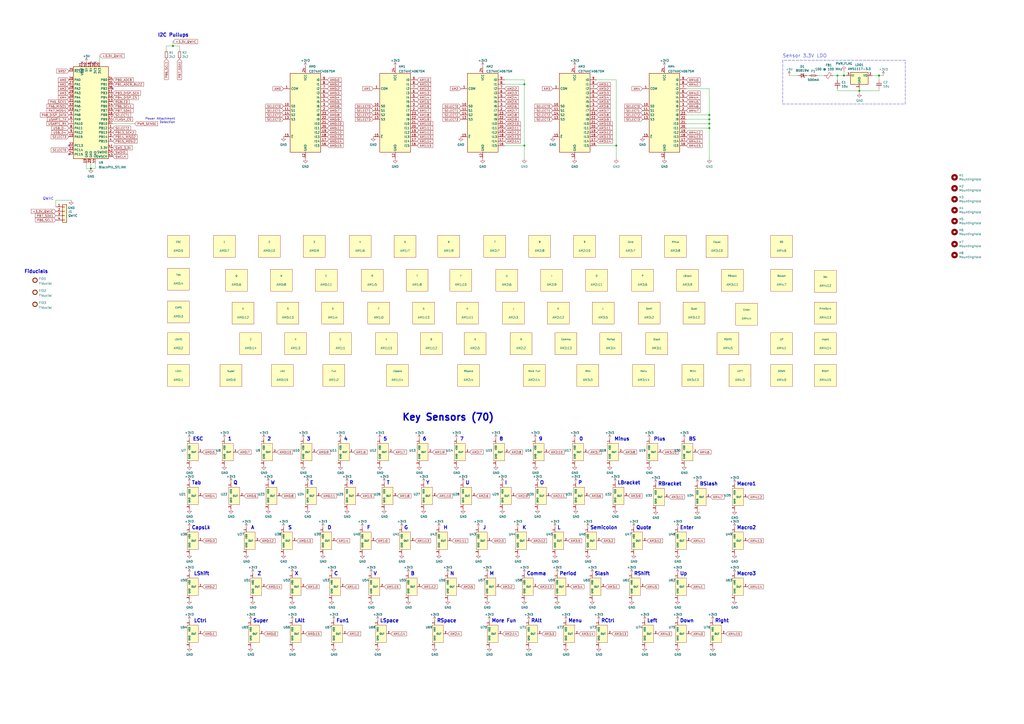
<source format=kicad_sch>
(kicad_sch (version 20231120) (generator "eeschema") (generator_version "8.0")
  (paper "A2")
  (junction (at 489.585 43.815))
  (junction (at 411.48 71.755))
  (junction (at 485.775 43.815))
  (junction (at 304.165 48.895))
  (junction (at 509.905 43.815))
  (junction (at 52.705 97.79))
  (junction (at 100.33 26.67))
  (junction (at 411.48 69.215))
  (junction (at 498.475 52.705))
  (junction (at 411.48 66.675))
  (junction (at 357.505 84.455))
  (junction (at 411.48 74.295))
  (junction (at 304.165 84.455))
  (no_connect (at 65.405 51.435))
  (no_connect (at 52.705 36.195))
  (no_connect (at 47.625 36.195))
  (no_connect (at 55.245 36.195))
  (no_connect (at 40.005 84.455))
  (no_connect (at 40.005 89.535))
  (wire (pts (xy 483.235 43.815) (xy 485.775 43.815)))
  (wire (pts (xy 498.475 53.975) (xy 498.475 52.705)))
  (wire (pts (xy 346.075 84.455) (xy 357.505 84.455)))
  (polyline (pts (xy 454.025 60.325) (xy 525.145 60.325)) (stroke (width 0) (type dash)))
  (wire (pts (xy 411.48 71.755) (xy 411.48 74.295)))
  (wire (pts (xy 509.905 43.815) (xy 506.095 43.815)))
  (wire (pts (xy 50.165 94.615) (xy 50.165 97.79)))
  (wire (pts (xy 346.075 46.355) (xy 357.505 46.355)))
  (wire (pts (xy 50.165 97.79) (xy 52.705 97.79)))
  (wire (pts (xy 32.385 116.205) (xy 41.275 116.205)))
  (wire (pts (xy 78.105 71.755) (xy 65.405 71.755)))
  (wire (pts (xy 509.905 43.815) (xy 512.445 43.815)))
  (wire (pts (xy 467.995 43.815) (xy 469.265 43.815)))
  (wire (pts (xy 304.165 48.895) (xy 304.165 84.455)))
  (wire (pts (xy 509.905 52.705) (xy 498.475 52.705)))
  (polyline (pts (xy 525.145 34.925) (xy 454.025 34.925)) (stroke (width 0) (type dash)))
  (wire (pts (xy 292.735 46.355) (xy 304.165 46.355)))
  (wire (pts (xy 357.505 46.355) (xy 357.505 84.455)))
  (wire (pts (xy 104.14 26.67) (xy 104.14 29.21)))
  (wire (pts (xy 96.52 26.67) (xy 96.52 29.21)))
  (wire (pts (xy 357.505 84.455) (xy 357.505 92.075)))
  (wire (pts (xy 411.48 51.435) (xy 411.48 66.675)))
  (wire (pts (xy 411.48 69.215) (xy 411.48 71.755)))
  (wire (pts (xy 398.145 71.755) (xy 411.48 71.755)))
  (wire (pts (xy 57.785 36.195) (xy 57.785 32.385)))
  (wire (pts (xy 398.145 51.435) (xy 411.48 51.435)))
  (wire (pts (xy 485.775 46.355) (xy 485.775 43.815)))
  (wire (pts (xy 100.33 26.67) (xy 104.14 26.67)))
  (wire (pts (xy 100.33 24.13) (xy 100.33 26.67)))
  (wire (pts (xy 509.905 51.435) (xy 509.905 52.705)))
  (wire (pts (xy 292.735 84.455) (xy 304.165 84.455)))
  (wire (pts (xy 411.48 66.675) (xy 411.48 69.215)))
  (wire (pts (xy 304.165 84.455) (xy 304.165 92.075)))
  (wire (pts (xy 398.145 69.215) (xy 411.48 69.215)))
  (wire (pts (xy 509.905 46.355) (xy 509.905 43.815)))
  (wire (pts (xy 474.345 43.815) (xy 478.155 43.815)))
  (wire (pts (xy 485.775 43.815) (xy 489.585 43.815)))
  (wire (pts (xy 498.475 52.705) (xy 498.475 51.435)))
  (wire (pts (xy 457.835 43.815) (xy 462.915 43.815)))
  (wire (pts (xy 489.585 41.275) (xy 489.585 43.815)))
  (wire (pts (xy 304.165 46.355) (xy 304.165 48.895)))
  (polyline (pts (xy 525.145 60.325) (xy 525.145 34.925)) (stroke (width 0) (type dash)))
  (wire (pts (xy 398.145 74.295) (xy 411.48 74.295)))
  (wire (pts (xy 52.705 94.615) (xy 52.705 97.79)))
  (polyline (pts (xy 454.025 34.925) (xy 454.025 60.325)) (stroke (width 0) (type dash)))
  (wire (pts (xy 485.775 52.705) (xy 498.475 52.705)))
  (wire (pts (xy 55.245 97.79) (xy 52.705 97.79)))
  (wire (pts (xy 100.33 26.67) (xy 96.52 26.67)))
  (wire (pts (xy 411.48 74.295) (xy 411.48 92.075)))
  (wire (pts (xy 55.245 94.615) (xy 55.245 97.79)))
  (wire (pts (xy 292.735 48.895) (xy 304.165 48.895)))
  (wire (pts (xy 489.585 43.815) (xy 490.855 43.815)))
  (wire (pts (xy 32.385 120.015) (xy 32.385 116.205)))
  (wire (pts (xy 398.145 66.675) (xy 411.48 66.675)))
  (wire (pts (xy 485.775 51.435) (xy 485.775 52.705)))
  (text "LAlt" (at 170.815 361.315 0) (effects (font (size 2.0066 2.0066) (thickness 0.4013) (bold yes)) (justify left bottom)))
  (text "Plus" (at 379.095 255.905 0) (effects (font (size 2.0066 2.0066) (thickness 0.4013) (bold yes)) (justify left bottom)))
  (text "RShift" (at 367.665 334.01 0) (effects (font (size 2.0066 2.0066) (thickness 0.4013) (bold yes)) (justify left bottom)))
  (text "L" (at 323.215 307.34 0) (effects (font (size 2.0066 2.0066) (thickness 0.4013) (bold yes)) (justify left bottom)))
  (text "O" (at 313.055 281.305 0) (effects (font (size 2.0066 2.0066) (thickness 0.4013) (bold yes)) (justify left bottom)))
  (text "LShift" (at 112.395 334.01 0) (effects (font (size 2.0066 2.0066) (thickness 0.4013) (bold yes)) (justify left bottom)))
  (text "BS" (at 399.415 255.905 0) (effects (font (size 2.0066 2.0066) (thickness 0.4013) (bold yes)) (justify left bottom)))
  (text "I" (at 292.735 281.305 0) (effects (font (size 2.0066 2.0066) (thickness 0.4013) (bold yes)) (justify left bottom)))
  (text "RAlt" (at 307.975 361.315 0) (effects (font (size 2.0066 2.0066) (thickness 0.4013) (bold yes)) (justify left bottom)))
  (text "K" (at 302.895 307.34 0) (effects (font (size 2.0066 2.0066) (thickness 0.4013) (bold yes)) (justify left bottom)))
  (text "V" (at 216.535 334.01 0) (effects (font (size 2.0066 2.0066) (thickness 0.4013) (bold yes)) (justify left bottom)))
  (text "Up" (at 394.335 334.01 0) (effects (font (size 2.0066 2.0066) (thickness 0.4013) (bold yes)) (justify left bottom)))
  (text "U" (at 269.875 281.305 0) (effects (font (size 2.0066 2.0066) (thickness 0.4013) (bold yes)) (justify left bottom)))
  (text "B" (at 238.125 334.01 0) (effects (font (size 2.0066 2.0066) (thickness 0.4013) (bold yes)) (justify left bottom)))
  (text "RSpace" (at 253.365 361.315 0) (effects (font (size 2.0066 2.0066) (thickness 0.4013) (bold yes)) (justify left bottom)))
  (text "RCtrl" (at 348.615 361.315 0) (effects (font (size 2.0066 2.0066) (thickness 0.4013) (bold yes)) (justify left bottom)))
  (text "CapsLk" (at 111.125 307.34 0) (effects (font (size 2.0066 2.0066) (thickness 0.4013) (bold yes)) (justify left bottom)))
  (text "More Fun" (at 285.115 361.315 0) (effects (font (size 2.0066 2.0066) (thickness 0.4013) (bold yes)) (justify left bottom)))
  (text "4" (at 199.39 255.905 0) (effects (font (size 2.0066 2.0066) (thickness 0.4013) (bold yes)) (justify left bottom)))
  (text "Tab" (at 111.125 281.305 0) (effects (font (size 2.0066 2.0066) (thickness 0.4013) (bold yes)) (justify left bottom)))
  (text "H" (at 257.175 307.34 0) (effects (font (size 2.0066 2.0066) (thickness 0.4013) (bold yes)) (justify left bottom)))
  (text "Down" (at 394.335 361.315 0) (effects (font (size 2.0066 2.0066) (thickness 0.4013) (bold yes)) (justify left bottom)))
  (text "Macro2" (at 427.355 307.34 0) (effects (font (size 2.0066 2.0066) (thickness 0.4013) (bold yes)) (justify left bottom)))
  (text "6" (at 245.11 255.905 0) (effects (font (size 2.0066 2.0066) (thickness 0.4013) (bold yes)) (justify left bottom)))
  (text "G" (at 234.315 307.34 0) (effects (font (size 2.0066 2.0066) (thickness 0.4013) (bold yes)) (justify left bottom)))
  (text "Semicolon" (at 342.265 307.34 0) (effects (font (size 2.0066 2.0066) (thickness 0.4013) (bold yes)) (justify left bottom)))
  (text "Comma" (at 305.435 334.01 0) (effects (font (size 2.0066 2.0066) (thickness 0.4013) (bold yes)) (justify left bottom)))
  (text "Enter" (at 394.335 307.34 0) (effects (font (size 2.0066 2.0066) (thickness 0.4013) (bold yes)) (justify left bottom)))
  (text "Super" (at 146.685 361.315 0) (effects (font (size 2.0066 2.0066) (thickness 0.4013) (bold yes)) (justify left bottom)))
  (text "RBracket" (at 381.635 281.94 0) (effects (font (size 2.0066 2.0066) (thickness 0.4013) (bold yes)) (justify left bottom)))
  (text "D" (at 189.865 307.34 0) (effects (font (size 2.0066 2.0066) (thickness 0.4013) (bold yes)) (justify left bottom)))
  (text "Right" (at 414.655 361.315 0) (effects (font (size 2.0066 2.0066) (thickness 0.4013) (bold yes)) (justify left bottom)))
  (text "BSlash" (at 405.765 281.94 0) (effects (font (size 2.0066 2.0066) (thickness 0.4013) (bold yes)) (justify left bottom)))
  (text "X" (at 170.815 334.01 0) (effects (font (size 2.0066 2.0066) (thickness 0.4013) (bold yes)) (justify left bottom)))
  (text "LCtrl" (at 112.395 361.315 0) (effects (font (size 2.0066 2.0066) (thickness 0.4013) (bold yes)) (justify left bottom)))
  (text "M" (at 283.845 334.01 0) (effects (font (size 2.0066 2.0066) (thickness 0.4013) (bold yes)) (justify left bottom)))
  (text "W" (at 156.845 281.305 0) (effects (font (size 2.0066 2.0066) (thickness 0.4013) (bold yes)) (justify left bottom)))
  (text "Q" (at 135.255 281.305 0) (effects (font (size 2.0066 2.0066) (thickness 0.4013) (bold yes)) (justify left bottom)))
  (text "Power Attachment\nDetection" (at 101.6 71.755 0) (effects (font (size 1.27 1.27)) (justify right bottom)))
  (text "J" (at 280.035 307.34 0) (effects (font (size 2.0066 2.0066) (thickness 0.4013) (bold yes)) (justify left bottom)))
  (text "P" (at 335.28 281.305 0) (effects (font (size 2.0066 2.0066) (thickness 0.4013) (bold yes)) (justify left bottom)))
  (text "QWIIC" (at 24.765 116.205 0) (effects (font (size 1.4986 1.4986)) (justify left bottom)))
  (text "Fiducials" (at 13.97 158.75 0) (effects (font (size 2.0066 2.0066) (thickness 0.4013) (bold yes)) (justify left bottom)))
  (text "R" (at 202.565 281.305 0) (effects (font (size 2.0066 2.0066) (thickness 0.4013) (bold yes)) (justify left bottom)))
  (text "A" (at 145.415 307.34 0) (effects (font (size 2.0066 2.0066) (thickness 0.4013) (bold yes)) (justify left bottom)))
  (text "E" (at 179.705 281.305 0) (effects (font (size 2.0066 2.0066) (thickness 0.4013) (bold yes)) (justify left bottom)))
  (text "Minus" (at 356.235 255.905 0) (effects (font (size 2.0066 2.0066) (thickness 0.4013) (bold yes)) (justify left bottom)))
  (text "3" (at 177.8 255.905 0) (effects (font (size 2.0066 2.0066) (thickness 0.4013) (bold yes)) (justify left bottom)))
  (text "Z" (at 149.225 334.01 0) (effects (font (size 2.0066 2.0066) (thickness 0.4013) (bold yes)) (justify left bottom)))
  (text "8" (at 289.56 255.905 0) (effects (font (size 2.0066 2.0066) (thickness 0.4013) (bold yes)) (justify left bottom)))
  (text "5" (at 222.25 255.905 0) (effects (font (size 2.0066 2.0066) (thickness 0.4013) (bold yes)) (justify left bottom)))
  (text "LSpace" (at 220.345 361.315 0) (effects (font (size 2.0066 2.0066) (thickness 0.4013) (bold yes)) (justify left bottom)))
  (text "Left" (at 375.285 361.315 0) (effects (font (size 2.0066 2.0066) (thickness 0.4013) (bold yes)) (justify left bottom)))
  (text "2" (at 154.94 255.905 0) (effects (font (size 2.0066 2.0066) (thickness 0.4013) (bold yes)) (justify left bottom)))
  (text "0" (at 335.915 255.905 0) (effects (font (size 2.0066 2.0066) (thickness 0.4013) (bold yes)) (justify left bottom)))
  (text "9" (at 312.42 255.905 0) (effects (font (size 2.0066 2.0066) (thickness 0.4013) (bold yes)) (justify left bottom)))
  (text "T" (at 224.155 281.305 0) (effects (font (size 2.0066 2.0066) (thickness 0.4013) (bold yes)) (justify left bottom)))
  (text "Slash" (at 344.805 334.01 0) (effects (font (size 2.0066 2.0066) (thickness 0.4013) (bold yes)) (justify left bottom)))
  (text "F" (at 212.725 307.34 0) (effects (font (size 2.0066 2.0066) (thickness 0.4013) (bold yes)) (justify left bottom)))
  (text "Key Sensors (70)" (at 233.045 244.475 0) (effects (font (size 3.9878 3.9878) (thickness 0.7976) (bold yes)) (justify left bottom)))
  (text "1" (at 132.08 255.905 0) (effects (font (size 2.0066 2.0066) (thickness 0.4013) (bold yes)) (justify left bottom)))
  (text "Fun1" (at 194.945 361.315 0) (effects (font (size 2.0066 2.0066) (thickness 0.4013) (bold yes)) (justify left bottom)))
  (text "Macro1" (at 427.355 281.94 0) (effects (font (size 2.0066 2.0066) (thickness 0.4013) (bold yes)) (justify left bottom)))
  (text "Macro3" (at 427.355 334.01 0) (effects (font (size 2.0066 2.0066) (thickness 0.4013) (bold yes)) (justify left bottom)))
  (text "Y" (at 247.015 281.305 0) (effects (font (size 2.0066 2.0066) (thickness 0.4013) (bold yes)) (justify left bottom)))
  (text "Quote" (at 368.935 307.34 0) (effects (font (size 2.0066 2.0066) (thickness 0.4013) (bold yes)) (justify left bottom)))
  (text "Period" (at 324.485 334.01 0) (effects (font (size 2.0066 2.0066) (thickness 0.4013) (bold yes)) (justify left bottom)))
  (text "7" (at 266.7 255.905 0) (effects (font (size 2.0066 2.0066) (thickness 0.4013) (bold yes)) (justify left bottom)))
  (text "S" (at 167.005 307.34 0) (effects (font (size 2.0066 2.0066) (thickness 0.4013) (bold yes)) (justify left bottom)))
  (text "Menu" (at 329.565 361.315 0) (effects (font (size 2.0066 2.0066) (thickness 0.4013) (bold yes)) (justify left bottom)))
  (text "I2C Pullups" (at 91.44 21.59 0) (effects (font (size 2.0066 2.0066) (thickness 0.4013) (bold yes)) (justify left bottom)))
  (text "LBracket" (at 358.14 281.305 0) (effects (font (size 2.0066 2.0066) (thickness 0.4013) (bold yes)) (justify left bottom)))
  (text "C" (at 193.675 334.01 0) (effects (font (size 2.0066 2.0066) (thickness 0.4013) (bold yes)) (justify left bottom)))
  (text "Sensor 3.3V LDO" (at 454.025 33.655 0) (effects (font (size 2.0066 2.0066)) (justify left bottom)))
  (text "N" (at 260.985 334.01 0) (effects (font (size 2.0066 2.0066) (thickness 0.4013) (bold yes)) (justify left bottom)))
  (text "ESC" (at 111.76 255.905 0) (effects (font (size 2.0066 2.0066) (thickness 0.4013) (bold yes)) (justify left bottom)))
  (global_label "AM3:10" (shape input) (at 384.175 262.255 0) (property "Intersheetrefs" "${INTERSHEET_REFS}" (effects (hide yes))))
  (global_label "AM1:3" (shape input) (at 177.165 340.36 0) (property "Intersheetrefs" "${INTERSHEET_REFS}" (effects (hide yes))))
  (global_label "AM1:13" (shape input) (at 240.665 313.69 0) (property "Intersheetrefs" "${INTERSHEET_REFS}" (effects (hide yes))))
  (global_label "AM3:12" (shape input) (at 375.285 313.69 0) (property "Intersheetrefs" "${INTERSHEET_REFS}" (effects (hide yes))))
  (global_label "SELECT1" (shape input) (at 372.745 64.135 180) (property "Intersheetrefs" "${INTERSHEET_REFS}" (effects (hide yes))))
  (global_label "AM0:11" (shape input) (at 186.055 287.655 0) (property "Intersheetrefs" "${INTERSHEET_REFS}" (effects (hide yes))))
  (global_label "AM4:15" (shape input) (at 421.005 367.665 0) (property "Intersheetrefs" "${INTERSHEET_REFS}" (effects (hide yes))))
  (global_label "AM2:2" (shape input) (at 290.195 340.36 0) (property "Intersheetrefs" "${INTERSHEET_REFS}" (effects (hide yes))))
  (global_label "AM3" (shape input) (at 40.005 53.975 180) (property "Intersheetrefs" "${INTERSHEET_REFS}" (effects (hide yes))))
  (global_label "+3.3V_QWIIC" (shape input) (at 57.785 32.385 0) (property "Intersheetrefs" "${INTERSHEET_REFS}" (effects (hide yes))))
  (global_label "AM0:2" (shape input) (at 117.475 340.36 0) (property "Intersheetrefs" "${INTERSHEET_REFS}" (effects (hide yes))))
  (global_label "PB7_SDA1" (shape input) (at 32.385 125.095 180) (property "Intersheetrefs" "${INTERSHEET_REFS}" (effects (hide yes))))
  (global_label "AM0:8" (shape input) (at 189.865 66.675 0) (property "Intersheetrefs" "${INTERSHEET_REFS}" (effects (hide yes))))
  (global_label "AM2:8" (shape input) (at 295.275 262.255 0) (property "Intersheetrefs" "${INTERSHEET_REFS}" (effects (hide yes))))
  (global_label "AM2:5" (shape input) (at 267.335 340.36 0) (property "Intersheetrefs" "${INTERSHEET_REFS}" (effects (hide yes))))
  (global_label "AM0:13" (shape input) (at 189.865 79.375 0) (property "Intersheetrefs" "${INTERSHEET_REFS}" (effects (hide yes))))
  (global_label "AM4:12" (shape input) (at 398.145 76.835 0) (property "Intersheetrefs" "${INTERSHEET_REFS}" (effects (hide yes))))
  (global_label "AM1:15" (shape input) (at 222.885 340.36 0) (property "Intersheetrefs" "${INTERSHEET_REFS}" (effects (hide yes))))
  (global_label "AM3:5" (shape input) (at 346.075 59.055 0) (property "Intersheetrefs" "${INTERSHEET_REFS}" (effects (hide yes))))
  (global_label "AM0:8" (shape input) (at 163.195 287.655 0) (property "Intersheetrefs" "${INTERSHEET_REFS}" (effects (hide yes))))
  (global_label "AM3:14" (shape input) (at 346.075 81.915 0) (property "Intersheetrefs" "${INTERSHEET_REFS}" (effects (hide yes))))
  (global_label "SELECT2" (shape input) (at 267.335 66.675 180) (property "Intersheetrefs" "${INTERSHEET_REFS}" (effects (hide yes))))
  (global_label "AM2:6" (shape input) (at 292.735 61.595 0) (property "Intersheetrefs" "${INTERSHEET_REFS}" (effects (hide yes))))
  (global_label "PB0_ADC8" (shape input) (at 65.405 46.355 0) (property "Intersheetrefs" "${INTERSHEET_REFS}" (effects (hide yes))))
  (global_label "AM4:4" (shape input) (at 398.145 56.515 0) (property "Intersheetrefs" "${INTERSHEET_REFS}" (effects (hide yes))))
  (global_label "AM3:1" (shape input) (at 351.155 340.36 0) (property "Intersheetrefs" "${INTERSHEET_REFS}" (effects (hide yes))))
  (global_label "AM0:11" (shape input) (at 189.865 74.295 0) (property "Intersheetrefs" "${INTERSHEET_REFS}" (effects (hide yes))))
  (global_label "AM4:5" (shape input) (at 374.015 340.36 0) (property "Intersheetrefs" "${INTERSHEET_REFS}" (effects (hide yes))))
  (global_label "AM4:1" (shape input) (at 400.685 340.36 0) (property "Intersheetrefs" "${INTERSHEET_REFS}" (effects (hide yes))))
  (global_label "AM1:14" (shape input) (at 226.695 367.665 0) (property "Intersheetrefs" "${INTERSHEET_REFS}" (effects (hide yes))))
  (global_label "AM1:9" (shape input) (at 250.825 262.255 0) (property "Intersheetrefs" "${INTERSHEET_REFS}" (effects (hide yes))))
  (global_label "AM4:14" (shape input) (at 433.705 340.36 0) (property "Intersheetrefs" "${INTERSHEET_REFS}" (effects (hide yes))))
  (global_label "SELECT1" (shape input) (at 267.335 64.135 180) (property "Intersheetrefs" "${INTERSHEET_REFS}" (effects (hide yes))))
  (global_label "AM1:8" (shape input) (at 241.935 66.675 0) (property "Intersheetrefs" "${INTERSHEET_REFS}" (effects (hide yes))))
  (global_label "AM0:9" (shape input) (at 189.865 69.215 0) (property "Intersheetrefs" "${INTERSHEET_REFS}" (effects (hide yes))))
  (global_label "AM1:5" (shape input) (at 241.935 59.055 0) (property "Intersheetrefs" "${INTERSHEET_REFS}" (effects (hide yes))))
  (global_label "AM0" (shape input) (at 164.465 51.435 180) (property "Intersheetrefs" "${INTERSHEET_REFS}" (effects (hide yes))))
  (global_label "AM1:14" (shape input) (at 241.935 81.915 0) (property "Intersheetrefs" "${INTERSHEET_REFS}" (effects (hide yes))))
  (global_label "AM0:2" (shape input) (at 189.865 51.435 0) (property "Intersheetrefs" "${INTERSHEET_REFS}" (effects (hide yes))))
  (global_label "AM1:13" (shape input) (at 241.935 79.375 0) (property "Intersheetrefs" "${INTERSHEET_REFS}" (effects (hide yes))))
  (global_label "AM4:15" (shape input) (at 398.145 84.455 0) (property "Intersheetrefs" "${INTERSHEET_REFS}" (effects (hide yes))))
  (global_label "AM0:9" (shape input) (at 183.515 262.255 0) (property "Intersheetrefs" "${INTERSHEET_REFS}" (effects (hide yes))))
  (global_label "USART1_RX" (shape input) (at 40.005 71.755 180) (property "Intersheetrefs" "${INTERSHEET_REFS}" (effects (hide yes))))
  (global_label "AM1:7" (shape input) (at 227.965 262.255 0) (property "Intersheetrefs" "${INTERSHEET_REFS}" (effects (hide yes))))
  (global_label "AM3:4" (shape input) (at 346.075 56.515 0) (property "Intersheetrefs" "${INTERSHEET_REFS}" (effects (hide yes))))
  (global_label "AM2:9" (shape input) (at 299.085 287.655 0) (property "Intersheetrefs" "${INTERSHEET_REFS}" (effects (hide yes))))
  (global_label "AM4:12" (shape input) (at 433.705 288.29 0) (property "Intersheetrefs" "${INTERSHEET_REFS}" (effects (hide yes))))
  (global_label "SELECT2" (shape input) (at 65.405 74.295 0) (property "Intersheetrefs" "${INTERSHEET_REFS}" (effects (hide yes))))
  (global_label "PWR_SENSE" (shape input) (at 78.105 71.755 0) (property "Intersheetrefs" "${INTERSHEET_REFS}" (effects (hide yes))))
  (global_label "AM1:10" (shape input) (at 253.365 287.655 0) (property "Intersheetrefs" "${INTERSHEET_REFS}" (effects (hide yes))))
  (global_label "AM1:5" (shape input) (at 208.915 287.655 0) (property "Intersheetrefs" "${INTERSHEET_REFS}" (effects (hide yes))))
  (global_label "AM1:10" (shape input) (at 241.935 71.755 0) (property "Intersheetrefs" "${INTERSHEET_REFS}" (effects (hide yes))))
  (global_label "SELECT3" (shape input) (at 164.465 69.215 180) (property "Intersheetrefs" "${INTERSHEET_REFS}" (effects (hide yes))))
  (global_label "AM3:6" (shape input) (at 346.075 61.595 0) (property "Intersheetrefs" "${INTERSHEET_REFS}" (effects (hide yes))))
  (global_label "AM1:2" (shape input) (at 241.935 51.435 0) (property "Intersheetrefs" "${INTERSHEET_REFS}" (effects (hide yes))))
  (global_label "+3.3V_QWIIC" (shape input) (at 32.385 122.555 180) (property "Intersheetrefs" "${INTERSHEET_REFS}" (effects (hide yes))))
  (global_label "AM1:7" (shape input) (at 241.935 64.135 0) (property "Intersheetrefs" "${INTERSHEET_REFS}" (effects (hide yes))))
  (global_label "AM0:6" (shape input) (at 189.865 61.595 0) (property "Intersheetrefs" "${INTERSHEET_REFS}" (effects (hide yes))))
  (global_label "AM4" (shape input) (at 40.005 56.515 180) (property "Intersheetrefs" "${INTERSHEET_REFS}" (effects (hide yes))))
  (global_label "PA5_SCK1" (shape input) (at 40.005 59.055 180) (property "Intersheetrefs" "${INTERSHEET_REFS}" (effects (hide yes))))
  (global_label "AM3:14" (shape input) (at 335.915 367.665 0) (property "Intersheetrefs" "${INTERSHEET_REFS}" (effects (hide yes))))
  (global_label "AM2" (shape input) (at 267.335 51.435 180) (property "Intersheetrefs" "${INTERSHEET_REFS}" (effects (hide yes))))
  (global_label "AM0:10" (shape input) (at 160.655 262.255 0) (property "Intersheetrefs" "${INTERSHEET_REFS}" (effects (hide yes))))
  (global_label "AM0:3" (shape input) (at 117.475 313.69 0) (property "Intersheetrefs" "${INTERSHEET_REFS}" (effects (hide yes))))
  (global_label "PB1_ADC9_BUZZ" (shape input) (at 65.405 48.895 0) (property "Intersheetrefs" "${INTERSHEET_REFS}" (effects (hide yes))))
  (global_label "AM1:6" (shape input) (at 241.935 61.595 0) (property "Intersheetrefs" "${INTERSHEET_REFS}" (effects (hide yes))))
  (global_label "AM1" (shape input) (at 40.005 48.895 180) (property "Intersheetrefs" "${INTERSHEET_REFS}" (effects (hide yes))))
  (global_label "AM3:9" (shape input) (at 364.49 287.655 0) (property "Intersheetrefs" "${INTERSHEET_REFS}" (effects (hide yes))))
  (global_label "PA8_DISP_DATA" (shape input) (at 40.005 66.675 180) (property "Intersheetrefs" "${INTERSHEET_REFS}" (effects (hide yes))))
  (global_label "AM1:4" (shape input) (at 241.935 56.515 0) (property "Intersheetrefs" "${INTERSHEET_REFS}" (effects (hide yes))))
  (global_label "AM2:3" (shape input) (at 292.735 53.975 0) (property "Intersheetrefs" "${INTERSHEET_REFS}" (effects (hide yes))))
  (global_label "AM3:7" (shape input) (at 346.075 64.135 0) (property "Intersheetrefs" "${INTERSHEET_REFS}" (effects (hide yes))))
  (global_label "AM3:13" (shape input) (at 354.965 367.665 0) (property "Intersheetrefs" "${INTERSHEET_REFS}" (effects (hide yes))))
  (global_label "AM2:13" (shape input) (at 292.735 79.375 0) (property "Intersheetrefs" "${INTERSHEET_REFS}" (effects (hide yes))))
  (global_label "AM3:13" (shape input) (at 346.075 79.375 0) (property "Intersheetrefs" "${INTERSHEET_REFS}" (effects (hide yes))))
  (global_label "AM2:7" (shape input) (at 292.735 64.135 0) (property "Intersheetrefs" "${INTERSHEET_REFS}" (effects (hide yes))))
  (global_label "SELECT1" (shape input) (at 65.405 66.675 0) (property "Intersheetrefs" "${INTERSHEET_REFS}" (effects (hide yes))))
  (global_label "SELECT2" (shape input) (at 372.745 66.675 180) (property "Intersheetrefs" "${INTERSHEET_REFS}" (effects (hide yes))))
  (global_label "AM2:10" (shape input) (at 318.135 262.255 0) (property "Intersheetrefs" "${INTERSHEET_REFS}" (effects (hide yes))))
  (global_label "AM1:3" (shape input) (at 241.935 53.975 0) (property "Intersheetrefs" "${INTERSHEET_REFS}" (effects (hide yes))))
  (global_label "AM0:0" (shape input) (at 189.865 46.355 0) (property "Intersheetrefs" "${INTERSHEET_REFS}" (effects (hide yes))))
  (global_label "AM0:10" (shape input) (at 189.865 71.755 0) (property "Intersheetrefs" "${INTERSHEET_REFS}" (effects (hide yes))))
  (global_label "AM1:12" (shape input) (at 241.935 76.835 0) (property "Intersheetrefs" "${INTERSHEET_REFS}" (effects (hide yes))))
  (global_label "AM1:6" (shape input) (at 205.105 262.255 0) (property "Intersheetrefs" "${INTERSHEET_REFS}" (effects (hide yes))))
  (global_label "AM0:15" (shape input) (at 189.865 84.455 0) (property "Intersheetrefs" "${INTERSHEET_REFS}" (effects (hide yes))))
  (global_label "PB4_DISP_CS" (shape input) (at 65.405 56.515 0) (property "Intersheetrefs" "${INTERSHEET_REFS}" (effects (hide yes))))
  (global_label "AM4:6" (shape input) (at 404.495 262.255 0) (property "Intersheetrefs" "${INTERSHEET_REFS}" (effects (hide yes))))
  (global_label "AM0:14" (shape input) (at 154.305 340.36 0) (property "Intersheetrefs" "${INTERSHEET_REFS}" (effects (hide yes))))
  (global_label "AM1:9" (shape input) (at 241.935 69.215 0) (property "Intersheetrefs" "${INTERSHEET_REFS}" (effects (hide yes))))
  (global_label "AM2:14" (shape input) (at 291.465 367.665 0) (property "Intersheetrefs" "${INTERSHEET_REFS}" (effects (hide yes))))
  (global_label "PB6_SCL1" (shape input) (at 32.385 127.635 180) (property "Intersheetrefs" "${INTERSHEET_REFS}" (effects (hide yes))))
  (global_label "SELECT0" (shape input) (at 40.005 86.995 180) (property "Intersheetrefs" "${INTERSHEET_REFS}" (effects (hide yes))))
  (global_label "SELECT0" (shape input) (at 320.675 61.595 180) (property "Intersheetrefs" "${INTERSHEET_REFS}" (effects (hide yes))))
  (global_label "AM0:5" (shape input) (at 189.865 59.055 0) (property "Intersheetrefs" "${INTERSHEET_REFS}" (effects (hide yes))))
  (global_label "SELECT2" (shape input) (at 164.465 66.675 180) (property "Intersheetrefs" "${INTERSHEET_REFS}" (effects (hide yes))))
  (global_label "AM3:2" (shape input) (at 346.075 51.435 0) (property "Intersheetrefs" "${INTERSHEET_REFS}" (effects (hide yes))))
  (global_label "AM0:13" (shape input) (at 172.085 313.69 0) (property "Intersheetrefs" "${INTERSHEET_REFS}" (effects (hide yes))))
  (global_label "AM1:15" (shape input) (at 241.935 84.455 0) (property "Intersheetrefs" "${INTERSHEET_REFS}" (effects (hide yes))))
  (global_label "PB15_MOSI2" (shape input) (at 65.405 81.915 0) (property "Intersheetrefs" "${INTERSHEET_REFS}" (effects (hide yes))))
  (global_label "AM4:13" (shape input) (at 433.705 313.69 0) (property "Intersheetrefs" "${INTERSHEET_REFS}" (effects (hide yes))))
  (global_label "SWCLK" (shape input) (at 65.405 90.805 0) (property "Intersheetrefs" "${INTERSHEET_REFS}" (effects (hide yes))))
  (global_label "AM0:4" (shape input) (at 189.865 56.515 0) (property "Intersheetrefs" "${INTERSHEET_REFS}" (effects (hide yes))))
  (global_label "AM3:7" (shape input) (at 340.995 262.255 0) (property "Intersheetrefs" "${INTERSHEET_REFS}" (effects (hide yes))))
  (global_label "AM3:12" (shape input) (at 346.075 76.835 0) (property "Intersheetrefs" "${INTERSHEET_REFS}" (effects (hide yes))))
  (global_label "AM2:9" (shape input) (at 292.735 69.215 0) (property "Intersheetrefs" "${INTERSHEET_REFS}" (effects (hide yes))))
  (global_label "AM1" (shape input) (at 216.535 51.435 180) (property "Intersheetrefs" "${INTERSHEET_REFS}" (effects (hide yes))))
  (global_label "AM1:11" (shape input) (at 241.935 74.295 0) (property "Intersheetrefs" "${INTERSHEET_REFS}" (effects (hide yes))))
  (global_label "AM0:1" (shape input) (at 117.475 367.665 0) (property "Intersheetrefs" "${INTERSHEET_REFS}" (effects (hide yes))))
  (global_label "AM4:13" (shape input) (at 398.145 79.375 0) (property "Intersheetrefs" "${INTERSHEET_REFS}" (effects (hide yes))))
  (global_label "+3.3V_QWIIC" (shape input) (at 100.33 24.13 0) (property "Intersheetrefs" "${INTERSHEET_REFS}" (effects (hide yes))))
  (global_label "SELECT1" (shape input) (at 216.535 64.135 180) (property "Intersheetrefs" "${INTERSHEET_REFS}" (effects (hide yes))))
  (global_label "AM0:12" (shape input) (at 150.495 313.69 0) (property "Intersheetrefs" "${INTERSHEET_REFS}" (effects (hide yes))))
  (global_label "AM3:3" (shape input) (at 314.325 367.665 0) (property "Intersheetrefs" "${INTERSHEET_REFS}" (effects (hide yes))))
  (global_label "SELECT3" (shape input) (at 216.535 69.215 180) (property "Intersheetrefs" "${INTERSHEET_REFS}" (effects (hide yes))))
  (global_label "AM2:8" (shape input) (at 292.735 66.675 0) (property "Intersheetrefs" "${INTERSHEET_REFS}" (effects (hide yes))))
  (global_label "PB3_DISP_SCK" (shape input) (at 65.405 53.975 0) (property "Intersheetrefs" "${INTERSHEET_REFS}" (effects (hide yes))))
  (global_label "AM2" (shape input) (at 40.005 51.435 180) (property "Intersheetrefs" "${INTERSHEET_REFS}" (effects (hide yes))))
  (global_label "SELECT3" (shape input) (at 320.675 69.215 180) (property "Intersheetrefs" "${INTERSHEET_REFS}" (effects (hide yes))))
  (global_label "AM4:14" (shape input) (at 398.145 81.915 0) (property "Intersheetrefs" "${INTERSHEET_REFS}" (effects (hide yes))))
  (global_label "AM3" (shape input) (at 320.675 51.435 180) (property "Intersheetrefs" "${INTERSHEET_REFS}" (effects (hide yes))))
  (global_label "PA7_MOSI1" (shape input) (at 40.005 64.135 180) (property "Intersheetrefs" "${INTERSHEET_REFS}" (effects (hide yes))))
  (global_label "PB6_SCL1" (shape input) (at 96.52 34.29 270) (property "Intersheetrefs" "${INTERSHEET_REFS}" (effects (hide yes))))
  (global_label "AM0:12" (shape input) (at 189.865 76.835 0) (property "Intersheetrefs" "${INTERSHEET_REFS}" (effects (hide yes))))
  (global_label "AM0:0" (shape input) (at 153.035 367.665 0) (property "Intersheetrefs" "${INTERSHEET_REFS}" (effects (hide yes))))
  (global_label "SELECT0" (shape input) (at 267.335 61.595 180) (property "Intersheetrefs" "${INTERSHEET_REFS}" (effects (hide yes))))
  (global_label "AM3:2" (shape input) (at 348.615 313.69 0) (property "Intersheetrefs" "${INTERSHEET_REFS}" (effects (hide yes))))
  (global_label "AM4" (shape input) (at 372.745 51.435 180) (property "Intersheetrefs" "${INTERSHEET_REFS}" (effects (hide yes))))
  (global_label "AM4:5" (shape input) (at 398.145 59.055 0) (property "Intersheetrefs" "${INTERSHEET_REFS}" (effects (hide yes))))
  (global_label "PB13_SCK2" (shape input) (at 65.405 76.835 0) (property "Intersheetrefs" "${INTERSHEET_REFS}" (effects (hide yes))))
  (global_label "NRST" (shape input) (at 40.005 41.275 180) (property "Intersheetrefs" "${INTERSHEET_REFS}" (effects (hide yes))))
  (global_label "PB6_SCL1" (shape input) (at 65.405 61.595 0) (property "Intersheetrefs" "${INTERSHEET_REFS}" (effects (hide yes))))
  (global_label "PB7_SDA1" (shape input) (at 104.14 34.29 270) (property "Intersheetrefs" "${INTERSHEET_REFS}" (effects (hide yes))))
  (global_label "AM4:6" (shape input) (at 398.145 61.595 0) (property "Intersheetrefs" "${INTERSHEET_REFS}" (effects (hide yes))))
  (global_label "AM1:11" (shape input) (at 262.255 313.69 0) (property "Intersheetrefs" "${INTERSHEET_REFS}" (effects (hide yes))))
  (global_label "AM3:9" (shape input) (at 346.075 69.215 0) (property "Intersheetrefs" "${INTERSHEET_REFS}" (effects (hide yes))))
  (global_label "AM4:7" (shape input) (at 412.115 288.29 0) (property "Intersheetrefs" "${INTERSHEET_REFS}" (effects (hide yes))))
  (global_label "USB_D-" (shape input) (at 40.005 74.295 180) (property "Intersheetrefs" "${INTERSHEET_REFS}" (effects (hide yes))))
  (global_label "AM2:7" (shape input) (at 272.415 262.255 0) (property "Intersheetrefs" "${INTERSHEET_REFS}" (effects (hide yes))))
  (global_label "AM2:11" (shape input) (at 292.735 74.295 0) (property "Intersheetrefs" "${INTERSHEET_REFS}" (effects (hide yes))))
  (global_label "AM2:10" (shape input) (at 292.735 71.755 0) (property "Intersheetrefs" "${INTERSHEET_REFS}" (effects (hide yes))))
  (global_label "AM2:5" (shape input) (at 292.735 59.055 0) (property "Intersheetrefs" "${INTERSHEET_REFS}" (effects (hide yes))))
  (global_label "AM4:1" (shape input) (at 398.145 48.895 0) (property "Intersheetrefs" "${INTERSHEET_REFS}" (effects (hide yes))))
  (global_label "AM2:6" (shape input) (at 276.225 287.655 0) (property "Intersheetrefs" "${INTERSHEET_REFS}" (effects (hide yes))))
  (global_label "SELECT1" (shape input) (at 164.465 64.135 180) (property "Intersheetrefs" "${INTERSHEET_REFS}" (effects (hide yes))))
  (global_label "AM4:3" (shape input) (at 398.145 53.975 0) (property "Intersheetrefs" "${INTERSHEET_REFS}" (effects (hide yes))))
  (global_label "AM4:4" (shape input) (at 400.685 313.69 0) (property "Intersheetrefs" "${INTERSHEET_REFS}" (effects (hide yes))))
  (global_label "AM3:8" (shape input) (at 361.315 262.255 0) (property "Intersheetrefs" "${INTERSHEET_REFS}" (effects (hide yes))))
  (global_label "SELECT3" (shape input) (at 372.745 69.215 180) (property "Intersheetrefs" "${INTERSHEET_REFS}" (effects (hide yes))))
  (global_label "AM3:1" (shape input) (at 346.075 48.895 0) (property "Intersheetrefs" "${INTERSHEET_REFS}" (effects (hide yes))))
  (global_label "AM2:14" (shape input) (at 292.735 81.915 0) (property "Intersheetrefs" "${INTERSHEET_REFS}" (effects (hide yes))))
  (global_label "AM3:5" (shape input) (at 329.565 313.69 0) (property "Intersheetrefs" "${INTERSHEET_REFS}" (effects (hide yes))))
  (global_label "AM0:5" (shape input) (at 117.475 262.255 0) (property "Intersheetrefs" "${INTERSHEET_REFS}" (effects (hide yes))))
  (global_label "USB_D+" (shape input) (at 40.005 76.835 180) (property "Intersheetrefs" "${INTERSHEET_REFS}" (effects (hide yes))))
  (global_label "AM1:0" (shape input) (at 241.935 46.355 0) (property "Intersheetrefs" "${INTERSHEET_REFS}" (effects (hide yes))))
  (global_label "SELECT1" (shape input) (at 320.675 64.135 180) (property "Intersheetrefs" "${INTERSHEET_REFS}" (effects (hide yes))))
  (global_label "AM2:3" (shape input) (at 285.115 313.69 0) (property "Intersheetrefs" "${INTERSHEET_REFS}" (effects (hide yes))))
  (global_label "AM1:12" (shape input) (at 244.475 340.36 0) (property "Intersheetrefs" "${INTERSHEET_REFS}" (effects (hide yes))))
  (global_label "AM3:3" (shape input) (at 346.075 53.975 0) (property "Intersheetrefs" "${INTERSHEET_REFS}" (effects (hide yes))))
  (global_label "AM0:1" (shape input) (at 189.865 48.895 0) (property "Intersheetrefs" "${INTERSHEET_REFS}" (effects (hide yes))))
  (global_label "AM1:1" (shape input) (at 200.025 340.36 0) (property "Intersheetrefs" "${INTERSHEET_REFS}" (effects (hide yes))))
  (global_label "SELECT2" (shape input) (at 216.535 66.675 180) (property "Intersheetrefs" "${INTERSHEET_REFS}" (effects (hide yes))))
  (global_label "SELECT3" (shape input) (at 40.005 79.375 180) (property "Intersheetrefs" "${INTERSHEET_REFS}" (effects (hide yes))))
  (global_label "AM1:2" (shape input) (at 201.295 367.665 0) (property "Intersheetrefs" "${INTERSHEET_REFS}" (effects (hide yes))))
  (global_label "USART1_TX" (shape input) (at 40.005 69.215 180) (property "Intersheetrefs" "${INTERSHEET_REFS}" (effects (hide yes))))
  (global_label "AM2:12" (shape input) (at 292.735 76.835 0) (property "Intersheetrefs" "${INTERSHEET_REFS}" (effects (hide yes))))
  (global_label "AM1:8" (shape input) (at 230.505 287.655 0) (property "Intersheetrefs" "${INTERSHEET_REFS}" (effects (hide yes))))
  (global_label "AM2:4" (shape input) (at 292.735 56.515 0) (property "Intersheetrefs" "${INTERSHEET_REFS}" (effects (hide yes))))
  (global_label "SELECT3" (shape input) (at 267.335 69.215 180) (property "Intersheetrefs" "${INTERSHEET_REFS}" (effects (hide yes))))
  (global_label "AM1:1" (shape input) (at 241.935 48.895 0) (property "Intersheetrefs" "${INTERSHEET_REFS}" (effects (hide yes))))
  (global_label "AM3:10" (shape input) (at 346.075 71.755 0) (property "Intersheetrefs" "${INTERSHEET_REFS}" (effects (hide yes))))
  (global_label "AM0:7" (shape input) (at 189.865 64.135 0) (property "Intersheetrefs" "${INTERSHEET_REFS}" (effects (hide yes))))
  (global_label "AM4:0" (shape input) (at 400.685 367.665 0) (property "Intersheetrefs" "${INTERSHEET_REFS}" (effects (hide yes))))
  (global_label "AM0:7" (shape input) (at 137.795 262.255 0) (property "Intersheetrefs" "${INTERSHEET_REFS}" (effects (hide yes))))
  (global_label "AM3:11" (shape input) (at 346.075 74.295 0) (property "Intersheetrefs" "${INTERSHEET_REFS}" (effects (hide yes))))
  (global_label "AM3:8" (shape input) (at 346.075 66.675 0) (property "Intersheetrefs" "${INTERSHEET_REFS}" (effects (hide yes))))
  (global_label "SWD_3.3V" (shape input) (at 65.405 85.725 0) (property "Intersheetrefs" "${INTERSHEET_REFS}" (effects (hide yes))))
  (global_label "FLASH_CS" (shape input) (at 65.405 69.215 0) (property "Intersheetrefs" "${INTERSHEET_REFS}" (effects (hide yes))))
  (global_label "RGBLED" (shape input) (at 65.405 59.055 0) (property "Intersheetrefs" "${INTERSHEET_REFS}" (effects (hide yes))))
  (global_label "AM4:7" (shape input) (at 398.145 64.135 0) (property "Intersheetrefs" "${INTERSHEET_REFS}" (effects (hide yes))))
  (global_label "PB14_MISO2" (shape input) (at 65.405 79.375 0) (property "Intersheetrefs" "${INTERSHEET_REFS}" (effects (hide yes))))
  (global_label "AM0:15" (shape input) (at 177.165 367.665 0) (property "Intersheetrefs" "${INTERSHEET_REFS}" (effects (hide yes))))
  (global_label "AM0" (shape input) (at 40.005 46.355 180) (property "Intersheetrefs" "${INTERSHEET_REFS}" (effects (hide yes))))
  (global_label "AM0:4" (shape input) (at 117.475 287.655 0) (property "Intersheetrefs" "${INTERSHEET_REFS}" (effects (hide yes))))
  (global_label "AM3:4" (shape input) (at 330.835 340.36 0) (property "Intersheetrefs" "${INTERSHEET_REFS}" (effects (hide yes))))
  (global_label "AM3:6" (shape input) (at 341.63 287.655 0) (property "Intersheetrefs" "${INTERSHEET_REFS}" (effects (hide yes))))
  (global_label "SELECT2" (shape input) (at 320.675 66.675 180) (property "Intersheetrefs" "${INTERSHEET_REFS}" (effects (hide yes))))
  (global_label "AM0:3" (shape input) (at 189.865 53.975 0) (property "Intersheetrefs" "${INTERSHEET_REFS}" (effects (hide yes))))
  (global_label "SELECT0" (shape input) (at 372.745 61.595 180) (property "Intersheetrefs" "${INTERSHEET_REFS}" (effects (hide yes))))
  (global_label "AM2:12" (shape input) (at 307.975 313.69 0) (property "Intersheetrefs" "${INTERSHEET_REFS}" (effects (hide yes))))
  (global_label "AM1:0" (shape input) (at 217.805 313.69 0) (property "Intersheetrefs" "${INTERSHEET_REFS}" (effects (hide yes))))
  (global_label "AM2:4" (shape input) (at 259.715 367.665 0) (property "Intersheetrefs" "${INTERSHEET_REFS}" (effects (hide yes))))
  (global_label "AM1:4" (shape input) (at 194.945 313.69 0) (property "Intersheetrefs" "${INTERSHEET_REFS}" (effects (hide yes))))
  (global_label "AM3:11" (shape input) (at 387.985 288.29 0) (property "Intersheetrefs" "${INTERSHEET_REFS}" (effects (hide yes))))
  (global_label "AM0:6" (shape input) (at 141.605 287.655 0) (property "Intersheetrefs" "${INTERSHEET_REFS}" (effects (hide yes))))
  (global_label "AM0:14" (shape input) (at 189.865 81.915 0) (property "Intersheetrefs" "${INTERSHEET_REFS}" (effects (hide yes))))
  (global_label "SELECT0" (shape input) (at 164.465 61.595 180) (property "Intersheetrefs" "${INTERSHEET_REFS}" (effects (hide yes))))
  (global_label "PA6_MISO1" (shape input) (at 40.005 61.595 180) (property "Intersheetrefs" "${INTERSHEET_REFS}" (effects (hide yes))))
  (global_label "PB7_SDA1" (shape input) (at 65.405 64.135 0) (property "Intersheetrefs" "${INTERSHEET_REFS}" (effects (hide yes))))
  (global_label "AM2:13" (shape input) (at 311.785 340.36 0) (property "Intersheetrefs" "${INTERSHEET_REFS}" (effects (hide yes))))
  (global_label "SELECT0" (shape input) (at 216.535 61.595 180) (property "Intersheetrefs" "${INTERSHEET_REFS}" (effects (hide yes))))
  (global_label "AM2:11" (shape input) (at 319.405 287.655 0) (property "Intersheetrefs" "${INTERSHEET_REFS}" (effects (hide yes))))
  (global_label "AM4:3" (shape input) (at 381.635 367.665 0) (property "Intersheetrefs" "${INTERSHEET_REFS}" (effects (hide yes))))
  (global_label "AM2:2" (shape input) (at 292.735 51.435 0) (property "Intersheetrefs" "${INTERSHEET_REFS}" (effects (hide yes))))
  (global_label "SWDIO" (shape input) (at 65.405 88.265 0) (property "Intersheetrefs" "${INTERSHEET_REFS}" (effects (hide yes))))
  (global_label "AM4:0" (shape input) (at 398.145 46.355 0) (property "Intersheetrefs" "${INTERSHEET_REFS}" (effects (hide yes))))
  (symbol (lib_id "power:+3.3V") (at 334.01 280.035 0) (unit 1)
    (property "Reference" "#PWR060" (effects (hide yes)))
    (property "Value" "+3V3" (at 334.01 276.4305 0))
  )
  (symbol (lib_id "power:GND") (at 201.295 295.275 0) (unit 1)
    (property "Reference" "#PWR069" (effects (hide yes)))
    (property "Value" "GND" (at 201.422 299.6692 0))
  )
  (symbol (lib_id "voidswitch:VoidSwitch") (at 365.76 142.875 0) (unit 1)
    (property "Reference" "AM3:7" (at 365.76 145.415 0))
    (property "Value" "Zero" (at 365.76 140.335 0) (effects (font (size 0.9906 0.9906))))
    (property "Footprint" "void_switch:VoidSwitch_1u_SMD" (effects (hide yes)))
    (property "NOTE" "Replace \"AM0:0\" with the actual MUX pin" (effects (hide yes)))
  )
  (symbol (lib_id "power:GND") (at 411.48 92.075 0) (unit 1)
    (property "Reference" "#PWR0164" (effects (hide yes)))
    (property "Value" "GND" (at 411.48 96.6375 0))
  )
  (symbol (lib_id "power:+3.3V") (at 236.855 332.74 0) (unit 1)
    (property "Reference" "#PWR0113" (effects (hide yes)))
    (property "Value" "+3V3" (at 236.855 329.1355 0))
  )
  (symbol (lib_id "49e:Hall_Sensor") (at 225.425 287.655 0) (unit 1)
    (property "Reference" "U26" (at 220.9038 286.6898 0) (effects (justify right)))
    (property "Value" "GH39FKSW" (effects (hide yes)))
    (property "Footprint" "Package_TO_SOT_SMD:SOT-23" (effects (hide yes)))
    (property "LCSC Part" "C266230" (effects (hide yes)))
    (property "MPN" "GH39FKSW" (effects (hide yes)))
    (property "Notes" "Alternate part: OH49E-S (C85573)" (effects (hide yes)))
  )
  (symbol (lib_id "power:GND") (at 109.855 321.31 0) (unit 1)
    (property "Reference" "#PWR094" (effects (hide yes)))
    (property "Value" "GND" (at 109.982 325.7042 0))
  )
  (symbol (lib_id "power:GND") (at 264.795 269.875 0) (unit 1)
    (property "Reference" "#PWR043" (effects (hide yes)))
    (property "Value" "GND" (at 264.922 274.2692 0))
  )
  (symbol (lib_id "Device:R_Small") (at 104.14 31.75 0) (unit 1)
    (property "Reference" "R2" (at 105.6386 30.5816 0) (effects (justify left)))
    (property "Value" "2k2" (at 105.6386 32.893 0) (effects (justify left)))
    (property "Footprint" "Resistor_SMD:R_0402_1005Metric" (effects (hide yes)))
    (property "MPN" "0402WGF2201TCE" (effects (hide yes)))
    (property "LCSC Part" "C25879" (effects (hide yes)))
    (property "Basic Part" "True" (effects (hide yes)))
  )
  (symbol (lib_id "power:+3.3V") (at 192.405 332.74 0) (unit 1)
    (property "Reference" "#PWR0111" (effects (hide yes)))
    (property "Value" "+3V3" (at 192.405 329.1355 0))
  )
  (symbol (lib_id "power:+3.3V") (at 277.495 306.07 0) (unit 1)
    (property "Reference" "#PWR087" (effects (hide yes)))
    (property "Value" "+3V3" (at 277.495 302.4655 0))
  )
  (symbol (lib_id "49e:Hall_Sensor") (at 149.225 340.36 0) (unit 1)
    (property "Reference" "U51" (at 145.415 336.55 0) (effects (justify right)))
    (property "Value" "GH39FKSW" (effects (hide yes)))
    (property "Footprint" "Package_TO_SOT_SMD:SOT-23" (effects (hide yes)))
    (property "LCSC Part" "C266230" (effects (hide yes)))
    (property "MPN" "GH39FKSW" (effects (hide yes)))
    (property "Notes" "Alternate part: OH49E-S (C85573)" (effects (hide yes)))
  )
  (symbol (lib_id "power:GND") (at 306.705 375.285 0) (unit 1)
    (property "Reference" "#PWR0156" (effects (hide yes)))
    (property "Value" "GND" (at 306.832 379.6792 0))
  )
  (symbol (lib_id "49e:Hall_Sensor") (at 271.145 287.655 0) (unit 1)
    (property "Reference" "U28" (at 266.6238 286.6898 0) (effects (justify right)))
    (property "Value" "GH39FKSW" (effects (hide yes)))
    (property "Footprint" "Package_TO_SOT_SMD:SOT-23" (effects (hide yes)))
    (property "LCSC Part" "C266230" (effects (hide yes)))
    (property "MPN" "GH39FKSW" (effects (hide yes)))
    (property "Notes" "Alternate part: OH49E-S (C85573)" (effects (hide yes)))
  )
  (symbol (lib_id "49e:Hall_Sensor") (at 212.725 313.69 0) (unit 1)
    (property "Reference" "U40" (at 208.915 309.88 0) (effects (justify right)))
    (property "Value" "GH39FKSW" (effects (hide yes)))
    (property "Footprint" "Package_TO_SOT_SMD:SOT-23" (effects (hide yes)))
    (property "LCSC Part" "C266230" (effects (hide yes)))
    (property "MPN" "GH39FKSW" (effects (hide yes)))
    (property "Notes" "Alternate part: OH49E-S (C85573)" (effects (hide yes)))
  )
  (symbol (lib_id "voidswitch:VoidSwitch") (at 133.985 217.805 0) (unit 1)
    (property "Reference" "AM0:0" (at 133.985 220.345 0))
    (property "Value" "Super" (at 133.985 215.265 0) (effects (font (size 0.9906 0.9906))))
    (property "Footprint" "void_switch:VoidSwitch_1.25u_SMD" (effects (hide yes)))
    (property "NOTE" "Replace \"AM0:0\" with the actual MUX pin" (effects (hide yes)))
  )
  (symbol (lib_id "power:+3.3V") (at 321.945 306.07 0) (unit 1)
    (property "Reference" "#PWR089" (effects (hide yes)))
    (property "Value" "+3V3" (at 321.945 302.4655 0))
  )
  (symbol (lib_id "49e:Hall_Sensor") (at 399.415 262.255 0) (unit 1)
    (property "Reference" "U20" (at 394.8938 261.2898 0) (effects (justify right)))
    (property "Value" "GH39FKSW" (effects (hide yes)))
    (property "Footprint" "Package_TO_SOT_SMD:SOT-23" (effects (hide yes)))
    (property "LCSC Part" "C266230" (effects (hide yes)))
    (property "MPN" "GH39FKSW" (effects (hide yes)))
    (property "Notes" "Alternate part: OH49E-S (C85573)" (effects (hide yes)))
  )
  (symbol (lib_id "power:+3.3V") (at 343.535 332.74 0) (unit 1)
    (property "Reference" "#PWR0118" (effects (hide yes)))
    (property "Value" "+3V3" (at 343.535 329.1355 0))
  )
  (symbol (lib_id "power:+3.3V") (at 178.435 280.035 0) (unit 1)
    (property "Reference" "#PWR053" (effects (hide yes)))
    (property "Value" "+3V3" (at 178.435 276.4305 0))
  )
  (symbol (lib_id "power:+3.3V") (at 291.465 280.035 0) (unit 1)
    (property "Reference" "#PWR058" (effects (hide yes)))
    (property "Value" "+3V3" (at 291.465 276.4305 0))
  )
  (symbol (lib_id "voidswitch:VoidSwitch") (at 478.79 217.805 0) (unit 1)
    (property "Reference" "AM4:15" (at 478.79 220.345 0))
    (property "Value" "RIGHT" (at 478.79 215.265 0) (effects (font (size 0.9906 0.9906))))
    (property "Footprint" "void_switch:VoidSwitch_1u_SMD" (effects (hide yes)))
    (property "NOTE" "Replace \"AM0:0\" with the actual MUX pin" (effects (hide yes)))
  )
  (symbol (lib_id "Mechanical:Fiducial") (at 20.32 169.545 0) (unit 1)
    (property "Reference" "FID2" (at 22.479 168.6365 0) (effects (justify left)))
    (property "Value" "Fiducial" (at 22.479 171.4116 0) (effects (justify left)))
    (property "Footprint" "Fiducial:Fiducial_1mm_Mask2mm" (effects (hide yes)))
  )
  (symbol (lib_id "49e:Hall_Sensor") (at 172.085 340.36 0) (unit 1)
    (property "Reference" "U52" (at 168.275 336.55 0) (effects (justify right)))
    (property "Value" "GH39FKSW" (effects (hide yes)))
    (property "Footprint" "Package_TO_SOT_SMD:SOT-23" (effects (hide yes)))
    (property "LCSC Part" "C266230" (effects (hide yes)))
    (property "MPN" "GH39FKSW" (effects (hide yes)))
    (property "Notes" "Alternate part: OH49E-S (C85573)" (effects (hide yes)))
  )
  (symbol (lib_id "voidswitch:VoidSwitch") (at 398.78 162.56 0) (unit 1)
    (property "Reference" "AM3:9" (at 398.78 165.1 0))
    (property "Value" "LBrack" (at 398.78 160.02 0) (effects (font (size 0.9906 0.9906))))
    (property "Footprint" "void_switch:VoidSwitch_1u_SMD" (effects (hide yes)))
    (property "NOTE" "Replace \"AM0:0\" with the actual MUX pin" (effects (hide yes)))
  )
  (symbol (lib_id "power:GND") (at 357.505 92.075 0) (unit 1)
    (property "Reference" "#PWR0163" (effects (hide yes)))
    (property "Value" "GND" (at 357.505 96.6375 0))
  )
  (symbol (lib_id "power:+3.3V") (at 393.065 306.07 0) (unit 1)
    (property "Reference" "#PWR092" (effects (hide yes)))
    (property "Value" "+3V3" (at 393.065 302.4655 0))
  )
  (symbol (lib_id "power:GND") (at 426.085 321.31 0) (unit 1)
    (property "Reference" "#PWR0107" (effects (hide yes)))
    (property "Value" "GND" (at 426.212 325.7042 0))
  )
  (symbol (lib_id "voidswitch:VoidSwitch") (at 346.075 162.56 0) (unit 1)
    (property "Reference" "AM2:11" (at 346.075 165.1 0))
    (property "Value" "O" (at 346.075 160.02 0) (effects (font (size 0.9906 0.9906))))
    (property "Footprint" "void_switch:VoidSwitch_1u_SMD" (effects (hide yes)))
    (property "NOTE" "Replace \"AM0:0\" with the actual MUX pin" (effects (hide yes)))
  )
  (symbol (lib_id "power:GND") (at 164.465 321.31 0) (unit 1)
    (property "Reference" "#PWR096" (effects (hide yes)))
    (property "Value" "GND" (at 164.592 325.7042 0))
  )
  (symbol (lib_id "49e:Hall_Sensor") (at 428.625 340.36 0) (unit 1)
    (property "Reference" "U63" (at 424.815 336.55 0) (effects (justify right)))
    (property "Value" "GH39FKSW" (effects (hide yes)))
    (property "Footprint" "Package_TO_SOT_SMD:SOT-23" (effects (hide yes)))
    (property "LCSC Part" "C266230" (effects (hide yes)))
    (property "MPN" "GH39FKSW" (effects (hide yes)))
    (property "Notes" "Alternate part: OH49E-S (C85573)" (effects (hide yes)))
  )
  (symbol (lib_id "power:+3.3V") (at 393.065 360.045 0) (unit 1)
    (property "Reference" "#PWR0147" (effects (hide yes)))
    (property "Value" "+3V3" (at 393.065 356.4405 0))
  )
  (symbol (lib_id "power:+3.3V") (at 413.385 360.045 0) (unit 1)
    (property "Reference" "#PWR0148" (effects (hide yes)))
    (property "Value" "+3V3" (at 413.385 356.4405 0))
  )
  (symbol (lib_id "power:GND") (at 320.675 79.375 0) (unit 1)
    (property "Reference" "#PWR013" (effects (hide yes)))
    (property "Value" "GND" (at 320.675 83.9375 0))
  )
  (symbol (lib_id "power:+3.3V") (at 109.855 254.635 0) (unit 1)
    (property "Reference" "#PWR022" (effects (hide yes)))
    (property "Value" "+3V3" (at 109.855 251.0305 0))
  )
  (symbol (lib_id "power:+3.3V") (at 306.705 360.045 0) (unit 1)
    (property "Reference" "#PWR0143" (effects (hide yes)))
    (property "Value" "+3V3" (at 306.705 356.4405 0))
  )
  (symbol (lib_id "49e:Hall_Sensor") (at 112.395 262.255 0) (unit 1)
    (property "Reference" "U7" (at 107.8738 261.2898 0) (effects (justify right)))
    (property "Value" "GH39FKSW" (effects (hide yes)))
    (property "Footprint" "Package_TO_SOT_SMD:SOT-23" (effects (hide yes)))
    (property "LCSC Part" "C266230" (effects (hide yes)))
    (property "MPN" "GH39FKSW" (effects (hide yes)))
    (property "Notes" "Alternate part: OH49E-S (C85573)" (effects (hide yes)))
  )
  (symbol (lib_id "power:GND") (at 133.985 295.275 0) (unit 1)
    (property "Reference" "#PWR066" (effects (hide yes)))
    (property "Value" "GND" (at 134.112 299.6692 0))
  )
  (symbol (lib_id "power:GND") (at 413.385 375.285 0) (unit 1)
    (property "Reference" "#PWR0161" (effects (hide yes)))
    (property "Value" "GND" (at 413.512 379.6792 0))
  )
  (symbol (lib_id "49e:Hall_Sensor") (at 376.555 367.665 0) (unit 1)
    (property "Reference" "U74" (at 372.745 363.855 0) (effects (justify right)))
    (property "Value" "GH39FKSW" (effects (hide yes)))
    (property "Footprint" "Package_TO_SOT_SMD:SOT-23" (effects (hide yes)))
    (property "LCSC Part" "C266230" (effects (hide yes)))
    (property "MPN" "GH39FKSW" (effects (hide yes)))
    (property "Notes" "Alternate part: OH49E-S (C85573)" (effects (hide yes)))
  )
  (symbol (lib_id "power:GND") (at 259.715 347.98 0) (unit 1)
    (property "Reference" "#PWR0128" (effects (hide yes)))
    (property "Value" "GND" (at 259.842 352.3742 0))
  )
  (symbol (lib_id "power:GND") (at 109.855 269.875 0) (unit 1)
    (property "Reference" "#PWR036" (effects (hide yes)))
    (property "Value" "GND" (at 109.982 274.2692 0))
  )
  (symbol (lib_id "voidswitch:VoidSwitch") (at 103.505 142.875 0) (unit 1) (in_bom no)
    (property "Reference" "AM0:5" (at 103.505 145.415 0))
    (property "Value" "ESC" (at 103.505 140.335 0) (effects (font (size 0.9906 0.9906))))
    (property "Footprint" "void_switch:VoidSwitch_1u_SMD" (effects (hide yes)))
    (property "NOTE" "Replace \"AM0:0\" with the actual MUX pin" (effects (hide yes)))
  )
  (symbol (lib_id "power:+3.3V") (at 252.095 360.045 0) (unit 1)
    (property "Reference" "#PWR0141" (effects (hide yes)))
    (property "Value" "+3V3" (at 252.095 356.4405 0))
  )
  (symbol (lib_id "power:GND") (at 216.535 79.375 0) (unit 1)
    (property "Reference" "#PWR011" (effects (hide yes)))
    (property "Value" "GND" (at 216.535 83.9375 0))
  )
  (symbol (lib_id "voidswitch:VoidSwitch") (at 478.79 199.39 0) (unit 1)
    (property "Reference" "AM4:14" (at 478.79 201.93 0))
    (property "Value" "Insert" (at 478.79 196.85 0) (effects (font (size 0.9906 0.9906))))
    (property "Footprint" "void_switch:VoidSwitch_1u_SMD" (effects (hide yes)))
    (property "NOTE" "Replace \"AM0:0\" with the actual MUX pin" (effects (hide yes)))
  )
  (symbol (lib_id "voidswitch:VoidSwitch") (at 391.795 142.875 0) (unit 1)
    (property "Reference" "AM3:8" (at 391.795 145.415 0))
    (property "Value" "Minus" (at 391.795 140.335 0) (effects (font (size 0.9906 0.9906))))
    (property "Footprint" "void_switch:VoidSwitch_1u_SMD" (effects (hide yes)))
    (property "NOTE" "Replace \"AM0:0\" with the actual MUX pin" (effects (hide yes)))
  )
  (symbol (lib_id "power:GND") (at 153.035 269.875 0) (unit 1)
    (property "Reference" "#PWR038" (effects (hide yes)))
    (property "Value" "GND" (at 153.162 274.2692 0))
  )
  (symbol (lib_id "power:+3.3V") (at 380.365 280.67 0) (unit 1)
    (property "Reference" "#PWR062" (effects (hide yes)))
    (property "Value" "+3V3" (at 380.365 277.0655 0))
  )
  (symbol (lib_id "power:GND") (at 215.265 347.98 0) (unit 1)
    (property "Reference" "#PWR0126" (effects (hide yes)))
    (property "Value" "GND" (at 215.392 352.3742 0))
  )
  (symbol (lib_id "voidswitch:VoidSwitch") (at 267.335 162.56 0) (unit 1)
    (property "Reference" "AM1:10" (at 267.335 165.1 0))
    (property "Value" "Y" (at 267.335 160.02 0) (effects (font (size 0.9906 0.9906))))
    (property "Footprint" "void_switch:VoidSwitch_1u_SMD" (effects (hide yes)))
    (property "NOTE" "Replace \"AM0:0\" with the actual MUX pin" (effects (hide yes)))
  )
  (symbol (lib_id "Mechanical:MountingHole") (at 553.72 141.605 0) (unit 1)
    (property "Reference" "H7" (at 556.26 140.4366 0) (effects (justify left)))
    (property "Value" "MountingHole" (at 556.26 142.748 0) (effects (justify left)))
    (property "Footprint" "MountingHole:MountingHole_3.2mm_M3_Pad" (effects (hide yes)))
  )
  (symbol (lib_id "Mechanical:MountingHole") (at 553.72 109.22 0) (unit 1)
    (property "Reference" "H2" (at 556.26 108.0516 0) (effects (justify left)))
    (property "Value" "MountingHole" (at 556.26 110.363 0) (effects (justify left)))
    (property "Footprint" "MountingHole:MountingHole_3.2mm_M3_Pad" (effects (hide yes)))
  )
  (symbol (lib_id "voidswitch:VoidSwitch") (at 230.505 217.805 0) (unit 1)
    (property "Reference" "AM1:14" (at 230.505 220.345 0))
    (property "Value" "LSpace" (at 230.505 215.265 0) (effects (font (size 0.9906 0.9906))))
    (property "Footprint" "void_switch:VoidSwitch_1u_SMD" (effects (hide yes)))
    (property "NOTE" "Replace \"AM0:0\" with the actual MUX pin" (effects (hide yes)))
  )
  (symbol (lib_id "voidswitch:VoidSwitch") (at 156.21 142.875 0) (unit 1)
    (property "Reference" "AM0:10" (at 156.21 145.415 0))
    (property "Value" "2" (at 156.21 140.335 0) (effects (font (size 0.9906 0.9906))))
    (property "Footprint" "void_switch:VoidSwitch_1u_SMD" (effects (hide yes)))
    (property "NOTE" "Replace \"AM0:0\" with the actual MUX pin" (effects (hide yes)))
  )
  (symbol (lib_id "power:+3.3V") (at 219.075 360.045 0) (unit 1)
    (property "Reference" "#PWR0140" (effects (hide yes)))
    (property "Value" "+3V3" (at 219.075 356.4405 0))
  )
  (symbol (lib_id "power:+3.3V") (at 109.855 360.045 0) (unit 1)
    (property "Reference" "#PWR0136" (effects (hide yes)))
    (property "Value" "+3V3" (at 109.855 356.4405 0))
  )
  (symbol (lib_id "power:GND") (at 498.475 53.975 0) (unit 1)
    (property "Reference" "#PWR09" (effects (hide yes)))
    (property "Value" "GND" (at 498.602 58.3692 0))
  )
  (symbol (lib_id "voidswitch:VoidSwitch") (at 294.005 162.56 0) (unit 1)
    (property "Reference" "AM2:6" (at 294.005 165.1 0))
    (property "Value" "U" (at 294.005 160.02 0) (effects (font (size 0.9906 0.9906))))
    (property "Footprint" "void_switch:VoidSwitch_1u_SMD" (effects (hide yes)))
    (property "NOTE" "Replace \"AM0:0\" with the actual MUX pin" (effects (hide yes)))
  )
  (symbol (lib_id "voidswitch:VoidSwitch") (at 287.02 142.875 0) (unit 1)
    (property "Reference" "AM2:7" (at 287.02 145.415 0))
    (property "Value" "7" (at 287.02 140.335 0) (effects (font (size 0.9906 0.9906))))
    (property "Footprint" "void_switch:VoidSwitch_1u_SMD" (effects (hide yes)))
    (property "NOTE" "Replace \"AM0:0\" with the actual MUX pin" (effects (hide yes)))
  )
  (symbol (lib_id "voidswitch:VoidSwitch") (at 453.39 142.875 0) (unit 1)
    (property "Reference" "AM4:6" (at 453.39 145.415 0))
    (property "Value" "BS" (at 453.39 140.335 0) (effects (font (size 0.9906 0.9906))))
    (property "Footprint" "void_switch:VoidSwitch_1u_SMD" (effects (hide yes)))
    (property "NOTE" "Replace \"AM0:0\" with the actual MUX pin" (effects (hide yes)))
  )
  (symbol (lib_id "49e:Hall_Sensor") (at 325.755 340.36 0) (unit 1)
    (property "Reference" "U59" (at 321.945 336.55 0) (effects (justify right)))
    (property "Value" "GH39FKSW" (effects (hide yes)))
    (property "Footprint" "Package_TO_SOT_SMD:SOT-23" (effects (hide yes)))
    (property "LCSC Part" "C266230" (effects (hide yes)))
    (property "MPN" "GH39FKSW" (effects (hide yes)))
    (property "Notes" "Alternate part: OH49E-S (C85573)" (effects (hide yes)))
  )
  (symbol (lib_id "49e:Hall_Sensor") (at 370.205 313.69 0) (unit 1)
    (property "Reference" "U47" (at 366.395 309.88 0) (effects (justify right)))
    (property "Value" "GH39FKSW" (effects (hide yes)))
    (property "Footprint" "Package_TO_SOT_SMD:SOT-23" (effects (hide yes)))
    (property "LCSC Part" "C266230" (effects (hide yes)))
    (property "MPN" "GH39FKSW" (effects (hide yes)))
    (property "Notes" "Alternate part: OH49E-S (C85573)" (effects (hide yes)))
  )
  (symbol (lib_id "power:+3.3V") (at 153.035 254.635 0) (unit 1)
    (property "Reference" "#PWR024" (effects (hide yes)))
    (property "Value" "+3V3" (at 153.035 251.0305 0))
  )
  (symbol (lib_id "49e:Hall_Sensor") (at 245.745 262.255 0) (unit 1)
    (property "Reference" "U13" (at 241.2238 261.2898 0) (effects (justify right)))
    (property "Value" "GH39FKSW" (effects (hide yes)))
    (property "Footprint" "Package_TO_SOT_SMD:SOT-23" (effects (hide yes)))
    (property "LCSC Part" "C266230" (effects (hide yes)))
    (property "MPN" "GH39FKSW" (effects (hide yes)))
    (property "Notes" "Alternate part: OH49E-S (C85573)" (effects (hide yes)))
  )
  (symbol (lib_id "49e:Hall_Sensor") (at 415.925 367.665 0) (unit 1)
    (property "Reference" "U76" (at 412.115 363.855 0) (effects (justify right)))
    (property "Value" "GH39FKSW" (effects (hide yes)))
    (property "Footprint" "Package_TO_SOT_SMD:SOT-23" (effects (hide yes)))
    (property "LCSC Part" "C266230" (effects (hide yes)))
    (property "MPN" "GH39FKSW" (effects (hide yes)))
    (property "Notes" "Alternate part: OH49E-S (C85573)" (effects (hide yes)))
  )
  (symbol (lib_id "power:GND") (at 164.465 79.375 0) (unit 1)
    (property "Reference" "#PWR010" (effects (hide yes)))
    (property "Value" "GND" (at 164.465 83.9375 0))
  )
  (symbol (lib_id "power:GND") (at 277.495 321.31 0) (unit 1)
    (property "Reference" "#PWR0101" (effects (hide yes)))
    (property "Value" "GND" (at 277.622 325.7042 0))
  )
  (symbol (lib_id "voidswitch:VoidSwitch") (at 208.915 142.875 0) (unit 1)
    (property "Reference" "AM1:6" (at 208.915 145.415 0))
    (property "Value" "4" (at 208.915 140.335 0) (effects (font (size 0.9906 0.9906))))
    (property "Footprint" "void_switch:VoidSwitch_1u_SMD" (effects (hide yes)))
    (property "NOTE" "Replace \"AM0:0\" with the actual MUX pin" (effects (hide yes)))
  )
  (symbol (lib_id "voidswitch:VoidSwitch") (at 372.745 162.56 0) (unit 1)
    (property "Reference" "AM3:6" (at 372.745 165.1 0))
    (property "Value" "P" (at 372.745 160.02 0) (effects (font (size 0.9906 0.9906))))
    (property "Footprint" "void_switch:VoidSwitch_1u_SMD" (effects (hide yes)))
    (property "NOTE" "Replace \"AM0:0\" with the actual MUX pin" (effects (hide yes)))
  )
  (symbol (lib_id "power:+3.3V") (at 130.175 254.635 0) (unit 1)
    (property "Reference" "#PWR023" (effects (hide yes)))
    (property "Value" "+3V3" (at 130.175 251.0305 0))
  )
  (symbol (lib_id "Device:C_Small") (at 485.775 48.895 0) (unit 1)
    (property "Reference" "C1" (at 488.1118 47.7266 0) (effects (justify left)))
    (property "Value" "10u" (at 488.1118 50.038 0) (effects (justify left)))
    (property "Footprint" "Capacitor_SMD:C_0402_1005Metric" (effects (hide yes)))
    (property "MPN" "CL05A106MQ5NUNC" (effects (hide yes)))
    (property "LCSC Part" "C15525" (effects (hide yes)))
    (property "Basic Part" "True" (effects (hide yes)))
  )
  (symbol (lib_id "power:+3.3V") (at 233.045 306.07 0) (unit 1)
    (property "Reference" "#PWR085" (effects (hide yes)))
    (property "Value" "+3V3" (at 233.045 302.4655 0))
  )
  (symbol (lib_id "voidswitch:VoidSwitch") (at 275.59 199.39 0) (unit 1)
    (property "Reference" "AM2:5" (at 275.59 201.93 0))
    (property "Value" "N" (at 275.59 196.85 0) (effects (font (size 0.9906 0.9906))))
    (property "Footprint" "void_switch:VoidSwitch_1u_SMD" (effects (hide yes)))
    (property "NOTE" "Replace \"AM0:0\" with the actual MUX pin" (effects (hide yes)))
  )
  (symbol (lib_id "power:+3.3V") (at 310.515 254.635 0) (unit 1)
    (property "Reference" "#PWR031" (effects (hide yes)))
    (property "Value" "+3V3" (at 310.515 251.0305 0))
  )
  (symbol (lib_id "Device:Ferrite_Bead_Small") (at 480.695 43.815 270) (unit 1)
    (property "Reference" "FB1" (at 480.695 37.7952 90))
    (property "Value" "100 @ 100 MHz" (at 480.695 40.1066 90))
    (property "Footprint" "Inductor_SMD:L_0805_2012Metric" (effects (hide yes)))
    (property "LCSC Part" "C1015" (effects (hide yes)))
    (property "MPN" "GZ2012D101TF" (effects (hide yes)))
    (property "Basic Part" "True" (effects (hide yes)))
  )
  (symbol (lib_id "voidswitch:VoidSwitch") (at 424.815 162.56 0) (unit 1)
    (property "Reference" "AM3:11" (at 424.815 165.1 0))
    (property "Value" "RBrack" (at 424.815 160.02 0) (effects (font (size 0.9906 0.9906))))
    (property "Footprint" "void_switch:VoidSwitch_1u_SMD" (effects (hide yes)))
    (property "NOTE" "Replace \"AM0:0\" with the actual MUX pin" (effects (hide yes)))
  )
  (symbol (lib_id "power:GND") (at 197.485 269.875 0) (unit 1)
    (property "Reference" "#PWR040" (effects (hide yes)))
    (property "Value" "GND" (at 197.612 274.2692 0))
  )
  (symbol (lib_id "voidswitch:VoidSwitch") (at 478.79 181.61 0) (unit 1)
    (property "Reference" "AM4:13" (at 478.79 184.15 0))
    (property "Value" "PrintScrn" (at 478.79 179.07 0) (effects (font (size 0.9906 0.9906))))
    (property "Footprint" "void_switch:VoidSwitch_1u_SMD" (effects (hide yes)))
    (property "NOTE" "Replace \"AM0:0\" with the actual MUX pin" (effects (hide yes)))
  )
  (symbol (lib_id "power:GND") (at 245.745 295.275 0) (unit 1)
    (property "Reference" "#PWR071" (effects (hide yes)))
    (property "Value" "GND" (at 245.872 299.6692 0))
  )
  (symbol (lib_id "49e:Hall_Sensor") (at 368.935 340.36 0) (unit 1)
    (property "Reference" "U61" (at 365.125 336.55 0) (effects (justify right)))
    (property "Value" "GH39FKSW" (effects (hide yes)))
    (property "Footprint" "Package_TO_SOT_SMD:SOT-23" (effects (hide yes)))
    (property "LCSC Part" "C266230" (effects (hide yes)))
    (property "MPN" "GH39FKSW" (effects (hide yes)))
    (property "Notes" "Alternate part: OH49E-S (C85573)" (effects (hide yes)))
  )
  (symbol (lib_id "power:GND") (at 142.875 321.31 0) (unit 1)
    (property "Reference" "#PWR095" (effects (hide yes)))
    (property "Value" "GND" (at 143.002 325.7042 0))
  )
  (symbol (lib_id "power:+3.3V") (at 280.035 38.735 0) (unit 1)
    (property "Reference" "#PWR04" (effects (hide yes)))
    (property "Value" "+3V3" (at 280.035 35.1305 0))
  )
  (symbol (lib_id "power:+3.3V") (at 323.215 332.74 0) (unit 1)
    (property "Reference" "#PWR0117" (effects (hide yes)))
    (property "Value" "+3V3" (at 323.215 329.1355 0))
  )
  (symbol (lib_id "Device:Fuse_Small") (at 471.805 43.815 0) (unit 1)
    (property "Reference" "F1" (at 471.805 41.275 0))
    (property "Value" "500mA" (at 471.805 46.355 0))
    (property "Footprint" "Fuse:Fuse_0603_1608Metric" (effects (hide yes)))
    (property "LCSC Part" "C261937" (effects (hide yes)))
  )
  (symbol (lib_id "power:+3.3V") (at 164.465 306.07 0) (unit 1)
    (property "Reference" "#PWR082" (effects (hide yes)))
    (property "Value" "+3V3" (at 164.465 302.4655 0))
  )
  (symbol (lib_id "voidswitch:VoidSwitch") (at 373.38 217.805 0) (unit 1)
    (property "Reference" "AM3:14" (at 373.38 220.345 0))
    (property "Value" "Menu" (at 373.38 215.265 0) (effects (font (size 0.9906 0.9906))))
    (property "Footprint" "void_switch:VoidSwitch_1u_SMD" (effects (hide yes)))
    (property "NOTE" "Replace \"AM0:0\" with the actual MUX pin" (effects (hide yes)))
  )
  (symbol (lib_id "power:GND") (at 328.295 375.285 0) (unit 1)
    (property "Reference" "#PWR0157" (effects (hide yes)))
    (property "Value" "GND" (at 328.422 379.6792 0))
  )
  (symbol (lib_id "49e:Hall_Sensor") (at 180.975 287.655 0) (unit 1)
    (property "Reference" "U24" (at 176.4538 286.6898 0) (effects (justify right)))
    (property "Value" "GH39FKSW" (effects (hide yes)))
    (property "Footprint" "Package_TO_SOT_SMD:SOT-23" (effects (hide yes)))
    (property "LCSC Part" "C266230" (effects (hide yes)))
    (property "MPN" "GH39FKSW" (effects (hide yes)))
    (property "Notes" "Alternate part: OH49E-S (C85573)" (effects (hide yes)))
  )
  (symbol (lib_id "power:+3.3V") (at 333.375 254.635 0) (unit 1)
    (property "Reference" "#PWR032" (effects (hide yes)))
    (property "Value" "+3V3" (at 333.375 251.0305 0))
  )
  (symbol (lib_id "power:+3.3V") (at 426.085 306.07 0) (unit 1)
    (property "Reference" "#PWR093" (effects (hide yes)))
    (property "Value" "+3V3" (at 426.085 302.4655 0))
  )
  (symbol (lib_id "power:GND") (at 283.845 375.285 0) (unit 1)
    (property "Reference" "#PWR0155" (effects (hide yes)))
    (property "Value" "GND" (at 283.972 379.6792 0))
  )
  (symbol (lib_id "49e:Hall_Sensor") (at 302.895 313.69 0) (unit 1)
    (property "Reference" "U44" (at 299.085 309.88 0) (effects (justify right)))
    (property "Value" "GH39FKSW" (effects (hide yes)))
    (property "Footprint" "Package_TO_SOT_SMD:SOT-23" (effects (hide yes)))
    (property "LCSC Part" "C266230" (effects (hide yes)))
    (property "MPN" "GH39FKSW" (effects (hide yes)))
    (property "Notes" "Alternate part: OH49E-S (C85573)" (effects (hide yes)))
  )
  (symbol (lib_id "power:+3.3V") (at 404.495 280.67 0) (unit 1)
    (property "Reference" "#PWR063" (effects (hide yes)))
    (property "Value" "+3V3" (at 404.495 277.0655 0))
  )
  (symbol (lib_id "voidswitch:VoidSwitch") (at 182.245 142.875 0) (unit 1)
    (property "Reference" "AM0:9" (at 182.245 145.415 0))
    (property "Value" "3" (at 182.245 140.335 0) (effects (font (size 0.9906 0.9906))))
    (property "Footprint" "void_switch:VoidSwitch_1u_SMD" (effects (hide yes)))
    (property "NOTE" "Replace \"AM0:0\" with the actual MUX pin" (effects (hide yes)))
  )
  (symbol (lib_id "power:GND") (at 347.345 375.285 0) (unit 1)
    (property "Reference" "#PWR0158" (effects (hide yes)))
    (property "Value" "GND" (at 347.472 379.6792 0))
  )
  (symbol (lib_id "49e:Hall_Sensor") (at 267.335 262.255 0) (unit 1)
    (property "Reference" "U14" (at 262.8138 261.2898 0) (effects (justify right)))
    (property "Value" "GH39FKSW" (effects (hide yes)))
    (property "Footprint" "Package_TO_SOT_SMD:SOT-23" (effects (hide yes)))
    (property "LCSC Part" "C266230" (effects (hide yes)))
    (property "MPN" "GH39FKSW" (effects (hide yes)))
    (property "Notes" "Alternate part: OH49E-S (C85573)" (effects (hide yes)))
  )
  (symbol (lib_id "49e:Hall_Sensor") (at 136.525 287.655 0) (unit 1)
    (property "Reference" "U22" (at 132.0038 286.6898 0) (effects (justify right)))
    (property "Value" "GH39FKSW" (effects (hide yes)))
    (property "Footprint" "Package_TO_SOT_SMD:SOT-23" (effects (hide yes)))
    (property "LCSC Part" "C266230" (effects (hide yes)))
    (property "MPN" "GH39FKSW" (effects (hide yes)))
    (property "Notes" "Alternate part: OH49E-S (C85573)" (effects (hide yes)))
  )
  (symbol (lib_id "49e:Hall_Sensor") (at 395.605 340.36 0) (unit 1)
    (property "Reference" "U62" (at 391.795 336.55 0) (effects (justify right)))
    (property "Value" "GH39FKSW" (effects (hide yes)))
    (property "Footprint" "Package_TO_SOT_SMD:SOT-23" (effects (hide yes)))
    (property "LCSC Part" "C266230" (effects (hide yes)))
    (property "MPN" "GH39FKSW" (effects (hide yes)))
    (property "Notes" "Alternate part: OH49E-S (C85573)" (effects (hide yes)))
  )
  (symbol (lib_id "power:+3.3V") (at 175.895 254.635 0) (unit 1)
    (property "Reference" "#PWR025" (effects (hide yes)))
    (property "Value" "+3V3" (at 175.895 251.0305 0))
  )
  (symbol (lib_id "voidswitch:VoidSwitch") (at 354.33 199.39 0) (unit 1)
    (property "Reference" "AM3:4" (at 354.33 201.93 0))
    (property "Value" "Period" (at 354.33 196.85 0) (effects (font (size 0.9906 0.9906))))
    (property "Footprint" "void_switch:VoidSwitch_1u_SMD" (effects (hide yes)))
    (property "NOTE" "Replace \"AM0:0\" with the actual MUX pin" (effects (hide yes)))
  )
  (symbol (lib_id "power:+3.3V") (at 426.085 332.74 0) (unit 1)
    (property "Reference" "#PWR0121" (effects (hide yes)))
    (property "Value" "+3V3" (at 426.085 329.1355 0))
  )
  (symbol (lib_id "power:PWR_FLAG") (at 489.585 41.275 0) (unit 1)
    (property "Reference" "#FLG01" (effects (hide yes)))
    (property "Value" "PWR_FLAG" (at 489.585 36.8808 0))
  )
  (symbol (lib_id "power:GND") (at 282.575 347.98 0) (unit 1)
    (property "Reference" "#PWR0129" (effects (hide yes)))
    (property "Value" "GND" (at 282.702 352.3742 0))
  )
  (symbol (lib_id "power:+3.3V") (at 356.87 280.035 0) (unit 1)
    (property "Reference" "#PWR061" (effects (hide yes)))
    (property "Value" "+3V3" (at 356.87 276.4305 0))
  )
  (symbol (lib_id "Connector_Generic:Conn_01x04") (at 37.465 122.555 0) (unit 1)
    (property "Reference" "J1" (at 39.497 122.7582 0) (effects (justify left)))
    (property "Value" "QWIIC" (at 39.497 125.0696 0) (effects (justify left)))
    (property "Footprint" "Connector_JST:JST_SH_BM04B-SRSS-TB_1x04-1MP_P1.00mm_Vertical" (effects (hide yes)))
    (property "LCSC Part" "C160404" (effects (hide yes)))
  )
  (symbol (lib_id "power:+3.3V") (at 393.065 332.74 0) (unit 1)
    (property "Reference" "#PWR0120" (effects (hide yes)))
    (property "Value" "+3V3" (at 393.065 329.1355 0))
  )
  (symbol (lib_id "49e:Hall_Sensor") (at 382.905 288.29 0) (unit 1)
    (property "Reference" "U33" (at 378.3838 287.3248 0) (effects (justify right)))
    (property "Value" "GH39FKSW" (effects (hide yes)))
    (property "Footprint" "Package_TO_SOT_SMD:SOT-23" (effects (hide yes)))
    (property "LCSC Part" "C266230" (effects (hide yes)))
    (property "MPN" "GH39FKSW" (effects (hide yes)))
    (property "Notes" "Alternate part: OH49E-S (C85573)" (effects (hide yes)))
  )
  (symbol (lib_id "power:+3.3V") (at 169.545 360.045 0) (unit 1)
    (property "Reference" "#PWR0138" (effects (hide yes)))
    (property "Value" "+3V3" (at 169.545 356.4405 0))
  )
  (symbol (lib_id "power:GND") (at 356.87 295.275 0) (unit 1)
    (property "Reference" "#PWR076" (effects (hide yes)))
    (property "Value" "GND" (at 356.997 299.6692 0))
  )
  (symbol (lib_id "49e:Hall_Sensor") (at 330.835 367.665 0) (unit 1)
    (property "Reference" "U72" (at 327.025 363.855 0) (effects (justify right)))
    (property "Value" "GH39FKSW" (effects (hide yes)))
    (property "Footprint" "Package_TO_SOT_SMD:SOT-23" (effects (hide yes)))
    (property "LCSC Part" "C266230" (effects (hide yes)))
    (property "MPN" "GH39FKSW" (effects (hide yes)))
    (property "Notes" "Alternate part: OH49E-S (C85573)" (effects (hide yes)))
  )
  (symbol (lib_id "49e:Hall_Sensor") (at 217.805 340.36 0) (unit 1)
    (property "Reference" "U54" (at 213.995 336.55 0) (effects (justify right)))
    (property "Value" "GH39FKSW" (effects (hide yes)))
    (property "Footprint" "Package_TO_SOT_SMD:SOT-23" (effects (hide yes)))
    (property "LCSC Part" "C266230" (effects (hide yes)))
    (property "MPN" "GH39FKSW" (effects (hide yes)))
    (property "Notes" "Alternate part: OH49E-S (C85573)" (effects (hide yes)))
  )
  (symbol (lib_id "power:GND") (at 267.335 79.375 0) (unit 1)
    (property "Reference" "#PWR012" (effects (hide yes)))
    (property "Value" "GND" (at 267.335 83.9375 0))
  )
  (symbol (lib_id "49e:Hall_Sensor") (at 257.175 313.69 0) (unit 1)
    (property "Reference" "U42" (at 253.365 309.88 0) (effects (justify right)))
    (property "Value" "GH39FKSW" (effects (hide yes)))
    (property "Footprint" "Package_TO_SOT_SMD:SOT-23" (effects (hide yes)))
    (property "LCSC Part" "C266230" (effects (hide yes)))
    (property "MPN" "GH39FKSW" (effects (hide yes)))
    (property "Notes" "Alternate part: OH49E-S (C85573)" (effects (hide yes)))
  )
  (symbol (lib_id "power:GND") (at 254.635 321.31 0) (unit 1)
    (property "Reference" "#PWR0100" (effects (hide yes)))
    (property "Value" "GND" (at 254.762 325.7042 0))
  )
  (symbol (lib_id "power:GND") (at 333.375 92.075 0) (unit 1)
    (property "Reference" "#PWR018" (effects (hide yes)))
    (property "Value" "GND" (at 333.375 96.6375 0))
  )
  (symbol (lib_id "49e:Hall_Sensor") (at 239.395 340.36 0) (unit 1)
    (property "Reference" "U55" (at 235.585 336.55 0) (effects (justify right)))
    (property "Value" "GH39FKSW" (effects (hide yes)))
    (property "Footprint" "Package_TO_SOT_SMD:SOT-23" (effects (hide yes)))
    (property "LCSC Part" "C266230" (effects (hide yes)))
    (property "MPN" "GH39FKSW" (effects (hide yes)))
    (property "Notes" "Alternate part: OH49E-S (C85573)" (effects (hide yes)))
  )
  (symbol (lib_id "voidswitch:VoidSwitch") (at 313.055 142.875 0) (unit 1)
    (property "Reference" "AM2:8" (at 313.055 145.415 0))
    (property "Value" "8" (at 313.055 140.335 0) (effects (font (size 0.9906 0.9906))))
    (property "Footprint" "void_switch:VoidSwitch_1u_SMD" (effects (hide yes)))
    (property "NOTE" "Replace \"AM0:0\" with the actual MUX pin" (effects (hide yes)))
  )
  (symbol (lib_id "power:GND") (at 169.545 347.98 0) (unit 1)
    (property "Reference" "#PWR0124" (effects (hide yes)))
    (property "Value" "GND" (at 169.672 352.3742 0))
  )
  (symbol (lib_id "voidswitch:VoidSwitch") (at 245.745 181.61 0) (unit 1)
    (property "Reference" "AM1:13" (at 245.745 184.15 0))
    (property "Value" "G" (at 245.745 179.07 0) (effects (font (size 0.9906 0.9906))))
    (property "Footprint" "void_switch:VoidSwitch_1u_SMD" (effects (hide yes)))
    (property "NOTE" "Replace \"AM0:0\" with the actual MUX pin" (effects (hide yes)))
  )
  (symbol (lib_id "power:GND") (at 321.945 321.31 0) (unit 1)
    (property "Reference" "#PWR0103" (effects (hide yes)))
    (property "Value" "GND" (at 322.072 325.7042 0))
  )
  (symbol (lib_id "49e:Hall_Sensor") (at 395.605 367.665 0) (unit 1)
    (property "Reference" "U75" (at 391.795 363.855 0) (effects (justify right)))
    (property "Value" "GH39FKSW" (effects (hide yes)))
    (property "Footprint" "Package_TO_SOT_SMD:SOT-23" (effects (hide yes)))
    (property "LCSC Part" "C266230" (effects (hide yes)))
    (property "MPN" "GH39FKSW" (effects (hide yes)))
    (property "Notes" "Alternate part: OH49E-S (C85573)" (effects (hide yes)))
  )
  (symbol (lib_id "power:GND") (at 268.605 295.275 0) (unit 1)
    (property "Reference" "#PWR072" (effects (hide yes)))
    (property "Value" "GND" (at 268.732 299.6692 0))
  )
  (symbol (lib_id "power:+3.3V") (at 210.185 306.07 0) (unit 1)
    (property "Reference" "#PWR084" (effects (hide yes)))
    (property "Value" "+3V3" (at 210.185 302.4655 0))
  )
  (symbol (lib_id "power:+3.3V") (at 177.165 38.735 0) (unit 1)
    (property "Reference" "#PWR02" (effects (hide yes)))
    (property "Value" "+3V3" (at 177.165 35.1305 0))
  )
  (symbol (lib_id "49e:Hall_Sensor") (at 285.115 340.36 0) (unit 1)
    (property "Reference" "U57" (at 281.305 336.55 0) (effects (justify right)))
    (property "Value" "GH39FKSW" (effects (hide yes)))
    (property "Footprint" "Package_TO_SOT_SMD:SOT-23" (effects (hide yes)))
    (property "LCSC Part" "C266230" (effects (hide yes)))
    (property "MPN" "GH39FKSW" (effects (hide yes)))
    (property "Notes" "Alternate part: OH49E-S (C85573)" (effects (hide yes)))
  )
  (symbol (lib_id "power:+3.3V") (at 215.265 332.74 0) (unit 1)
    (property "Reference" "#PWR0112" (effects (hide yes)))
    (property "Value" "+3V3" (at 215.265 329.1355 0))
  )
  (symbol (lib_id "power:GND") (at 109.855 347.98 0) (unit 1)
    (property "Reference" "#PWR0122" (effects (hide yes)))
    (property "Value" "GND" (at 109.982 352.3742 0))
  )
  (symbol (lib_id "power:+3.3V") (at 268.605 280.035 0) (unit 1)
    (property "Reference" "#PWR057" (effects (hide yes)))
    (property "Value" "+3V3" (at 268.605 276.4305 0))
  )
  (symbol (lib_id "74xx:CD74HC4067SM") (at 229.235 64.135 0) (unit 1)
    (property "Reference" "AM1" (at 231.2544 38.5785 0) (effects (justify left)))
    (property "Value" "CD74HC4067SM" (at 231.2544 41.3536 0) (effects (justify left)))
    (property "Footprint" "Package_SO:SSOP-24_5.3x8.2mm_P0.65mm" (effects (hide yes)))
    (property "Datasheet" "http://www.ti.com/lit/ds/symlink/cd74hc4067.pdf" (effects (hide yes)))
  )
  (symbol (lib_id "49e:Hall_Sensor") (at 395.605 313.69 0) (unit 1)
    (property "Reference" "U48" (at 391.795 309.88 0) (effects (justify right)))
    (property "Value" "GH39FKSW" (effects (hide yes)))
    (property "Footprint" "Package_TO_SOT_SMD:SOT-23" (effects (hide yes)))
    (property "LCSC Part" "C266230" (effects (hide yes)))
    (property "MPN" "GH39FKSW" (effects (hide yes)))
    (property "Notes" "Alternate part: OH49E-S (C85573)" (effects (hide yes)))
  )
  (symbol (lib_id "Mechanical:MountingHole") (at 553.72 147.955 0) (unit 1)
    (property "Reference" "H8" (at 556.26 146.7866 0) (effects (justify left)))
    (property "Value" "MountingHole" (at 556.26 149.098 0) (effects (justify left)))
    (property "Footprint" "MountingHole:MountingHole_3.2mm_M3_Pad" (effects (hide yes)))
  )
  (symbol (lib_id "power:GND") (at 304.165 92.075 0) (unit 1)
    (property "Reference" "#PWR0162" (effects (hide yes)))
    (property "Value" "GND" (at 304.165 96.6375 0))
  )
  (symbol (lib_id "power:+3.3V") (at 311.785 280.035 0) (unit 1)
    (property "Reference" "#PWR059" (effects (hide yes)))
    (property "Value" "+3V3" (at 311.785 276.4305 0))
  )
  (symbol (lib_id "power:+3.3V") (at 353.695 254.635 0) (unit 1)
    (property "Reference" "#PWR033" (effects (hide yes)))
    (property "Value" "+3V3" (at 353.695 251.0305 0))
  )
  (symbol (lib_id "voidswitch:VoidSwitch") (at 376.555 181.61 0) (unit 1)
    (property "Reference" "AM3:2" (at 376.555 184.15 0))
    (property "Value" "Semi" (at 376.555 179.07 0) (effects (font (size 0.9906 0.9906))))
    (property "Footprint" "void_switch:VoidSwitch_1u_SMD" (effects (hide yes)))
    (property "NOTE" "Replace \"AM0:0\" with the actual MUX pin" (effects (hide yes)))
  )
  (symbol (lib_id "voidswitch:VoidSwitch") (at 130.175 142.875 0) (unit 1)
    (property "Reference" "AM0:7" (at 130.175 145.415 0))
    (property "Value" "1" (at 130.175 140.335 0) (effects (font (size 0.9906 0.9906))))
    (property "Footprint" "void_switch:VoidSwitch_1u_SMD" (effects (hide yes)))
    (property "NOTE" "Replace \"AM0:0\" with the actual MUX pin" (effects (hide yes)))
  )
  (symbol (lib_id "49e:Hall_Sensor") (at 178.435 262.255 0) (unit 1)
    (property "Reference" "U10" (at 173.9138 261.2898 0) (effects (justify right)))
    (property "Value" "GH39FKSW" (effects (hide yes)))
    (property "Footprint" "Package_TO_SOT_SMD:SOT-23" (effects (hide yes)))
    (property "LCSC Part" "C266230" (effects (hide yes)))
    (property "MPN" "GH39FKSW" (effects (hide yes)))
    (property "Notes" "Alternate part: OH49E-S (C85573)" (effects (hide yes)))
  )
  (symbol (lib_id "power:GND") (at 353.695 269.875 0) (unit 1)
    (property "Reference" "#PWR047" (effects (hide yes)))
    (property "Value" "GND" (at 353.822 274.2692 0))
  )
  (symbol (lib_id "voidswitch:VoidSwitch") (at 260.35 142.875 0) (unit 1)
    (property "Reference" "AM1:9" (at 260.35 145.415 0))
    (property "Value" "6" (at 260.35 140.335 0) (effects (font (size 0.9906 0.9906))))
    (property "Footprint" "void_switch:VoidSwitch_1u_SMD" (effects (hide yes)))
    (property "NOTE" "Replace \"AM0:0\" with the actual MUX pin" (effects (hide yes)))
  )
  (symbol (lib_id "voidswitch:VoidSwitch") (at 453.39 162.56 0) (unit 1)
    (property "Reference" "AM4:7" (at 453.39 165.1 0))
    (property "Value" "Bslash" (at 453.39 160.02 0) (effects (font (size 0.9906 0.9906))))
    (property "Footprint" "void_switch:VoidSwitch_1u_SMD" (effects (hide yes)))
    (property "NOTE" "Replace \"AM0:0\" with the actual MUX pin" (effects (hide yes)))
  )
  (symbol (lib_id "power:+3.3V") (at 243.205 254.635 0) (unit 1)
    (property "Reference" "#PWR028" (effects (hide yes)))
    (property "Value" "+3V3" (at 243.205 251.0305 0))
  )
  (symbol (lib_id "49e:Hall_Sensor") (at 158.115 287.655 0) (unit 1)
    (property "Reference" "U23" (at 153.5938 286.6898 0) (effects (justify right)))
    (property "Value" "GH39FKSW" (effects (hide yes)))
    (property "Footprint" "Package_TO_SOT_SMD:SOT-23" (effects (hide yes)))
    (property "LCSC Part" "C266230" (effects (hide yes)))
    (property "MPN" "GH39FKSW" (effects (hide yes)))
    (property "Notes" "Alternate part: OH49E-S (C85573)" (effects (hide yes)))
  )
  (symbol (lib_id "power:+3.3V") (at 376.555 254.635 0) (unit 1)
    (property "Reference" "#PWR034" (effects (hide yes)))
    (property "Value" "+3V3" (at 376.555 251.0305 0))
  )
  (symbol (lib_id "voidswitch:VoidSwitch") (at 381 199.39 0) (unit 1)
    (property "Reference" "AM3:1" (at 381 201.93 0))
    (property "Value" "Slash" (at 381 196.85 0) (effects (font (size 0.9906 0.9906))))
    (property "Footprint" "void_switch:VoidSwitch_1u_SMD" (effects (hide yes)))
    (property "NOTE" "Replace \"AM0:0\" with the actual MUX pin" (effects (hide yes)))
  )
  (symbol (lib_id "voidswitch:VoidSwitch") (at 339.09 142.875 0) (unit 1)
    (property "Reference" "AM2:10" (at 339.09 145.415 0))
    (property "Value" "9" (at 339.09 140.335 0) (effects (font (size 0.9906 0.9906))))
    (property "Footprint" "void_switch:VoidSwitch_1u_SMD" (effects (hide yes)))
    (property "NOTE" "Replace \"AM0:0\" with the actual MUX pin" (effects (hide yes)))
  )
  (symbol (lib_id "49e:Hall_Sensor") (at 189.865 313.69 0) (unit 1)
    (property "Reference" "U39" (at 186.055 309.88 0) (effects (justify right)))
    (property "Value" "GH39FKSW" (effects (hide yes)))
    (property "Footprint" "Package_TO_SOT_SMD:SOT-23" (effects (hide yes)))
    (property "LCSC Part" "C266230" (effects (hide yes)))
    (property "MPN" "GH39FKSW" (effects (hide yes)))
    (property "Notes" "Alternate part: OH49E-S (C85573)" (effects (hide yes)))
  )
  (symbol (lib_id "49e:Hall_Sensor") (at 379.095 262.255 0) (unit 1)
    (property "Reference" "U19" (at 374.5738 261.2898 0) (effects (justify right)))
    (property "Value" "GH39FKSW" (effects (hide yes)))
    (property "Footprint" "Package_TO_SOT_SMD:SOT-23" (effects (hide yes)))
    (property "LCSC Part" "C266230" (effects (hide yes)))
    (property "MPN" "GH39FKSW" (effects (hide yes)))
    (property "Notes" "Alternate part: OH49E-S (C85573)" (effects (hide yes)))
  )
  (symbol (lib_id "power:+3.3V") (at 109.855 306.07 0) (unit 1)
    (property "Reference" "#PWR080" (effects (hide yes)))
    (property "Value" "+3V3" (at 109.855 302.4655 0))
  )
  (symbol (lib_id "power:+5V") (at 457.835 43.815 0) (unit 1)
    (property "Reference" "#PWR07" (effects (hide yes)))
    (property "Value" "+5V" (at 457.835 40.2105 0))
  )
  (symbol (lib_id "voidswitch:VoidSwitch") (at 402.59 181.61 0) (unit 1)
    (property "Reference" "AM3:12" (at 402.59 184.15 0))
    (property "Value" "Quot" (at 402.59 179.07 0) (effects (font (size 0.9906 0.9906))))
    (property "Footprint" "void_switch:VoidSwitch_1u_SMD" (effects (hide yes)))
    (property "NOTE" "Replace \"AM0:0\" with the actual MUX pin" (effects (hide yes)))
  )
  (symbol (lib_id "Mechanical:MountingHole") (at 553.72 128.27 0) (unit 1)
    (property "Reference" "H5" (at 556.26 127.1016 0) (effects (justify left)))
    (property "Value" "MountingHole" (at 556.26 129.413 0) (effects (justify left)))
    (property "Footprint" "MountingHole:MountingHole_3.2mm_M3_Pad" (effects (hide yes)))
  )
  (symbol (lib_id "power:GND") (at 333.375 269.875 0) (unit 1)
    (property "Reference" "#PWR046" (effects (hide yes)))
    (property "Value" "GND" (at 333.502 274.2692 0))
  )
  (symbol (lib_id "49e:Hall_Sensor") (at 203.835 287.655 0) (unit 1)
    (property "Reference" "U25" (at 199.3138 286.6898 0) (effects (justify right)))
    (property "Value" "GH39FKSW" (effects (hide yes)))
    (property "Footprint" "Package_TO_SOT_SMD:SOT-23" (effects (hide yes)))
    (property "LCSC Part" "C266230" (effects (hide yes)))
    (property "MPN" "GH39FKSW" (effects (hide yes)))
    (property "Notes" "Alternate part: OH49E-S (C85573)" (effects (hide yes)))
  )
  (symbol (lib_id "power:GND") (at 304.165 347.98 0) (unit 1)
    (property "Reference" "#PWR0130" (effects (hide yes)))
    (property "Value" "GND" (at 304.292 352.3742 0))
  )
  (symbol (lib_id "voidswitch:VoidSwitch") (at 193.04 181.61 0) (unit 1)
    (property "Reference" "AM1:4" (at 193.04 184.15 0))
    (property "Value" "D" (at 193.04 179.07 0) (effects (font (size 0.9906 0.9906))))
    (property "Footprint" "void_switch:VoidSwitch_1u_SMD" (effects (hide yes)))
    (property "NOTE" "Replace \"AM0:0\" with the actual MUX pin" (effects (hide yes)))
  )
  (symbol (lib_id "voidswitch:VoidSwitch") (at 401.955 217.805 0) (unit 1)
    (property "Reference" "AM3:13" (at 401.955 220.345 0))
    (property "Value" "RCtrl" (at 401.955 215.265 0) (effects (font (size 0.9906 0.9906))))
    (property "Footprint" "void_switch:VoidSwitch_1u_SMD" (effects (hide yes)))
    (property "NOTE" "Replace \"AM0:0\" with the actual MUX pin" (effects (hide yes)))
  )
  (symbol (lib_id "49e:Hall_Sensor") (at 336.55 287.655 0) (unit 1)
    (property "Reference" "U31" (at 332.0288 286.6898 0) (effects (justify right)))
    (property "Value" "GH39FKSW" (effects (hide yes)))
    (property "Footprint" "Package_TO_SOT_SMD:SOT-23" (effects (hide yes)))
    (property "LCSC Part" "C266230" (effects (hide yes)))
    (property "MPN" "GH39FKSW" (effects (hide yes)))
    (property "Notes" "Alternate part: OH49E-S (C85573)" (effects (hide yes)))
  )
  (symbol (lib_id "power:GND") (at 367.665 321.31 0) (unit 1)
    (property "Reference" "#PWR0105" (effects (hide yes)))
    (property "Value" "GND" (at 367.792 325.7042 0))
  )
  (symbol (lib_id "power:GND") (at 393.065 375.285 0) (unit 1)
    (property "Reference" "#PWR0160" (effects (hide yes)))
    (property "Value" "GND" (at 393.192 379.6792 0))
  )
  (symbol (lib_id "Mechanical:MountingHole") (at 553.72 134.62 0) (unit 1)
    (property "Reference" "H6" (at 556.26 133.4516 0) (effects (justify left)))
    (property "Value" "MountingHole" (at 556.26 135.763 0) (effects (justify left)))
    (property "Footprint" "MountingHole:MountingHole_3.2mm_M3_Pad" (effects (hide yes)))
  )
  (symbol (lib_id "voidswitch:VoidSwitch") (at 215.9 162.56 0) (unit 1)
    (property "Reference" "AM1:5" (at 215.9 165.1 0))
    (property "Value" "R" (at 215.9 160.02 0) (effects (font (size 0.9906 0.9906))))
    (property "Footprint" "void_switch:VoidSwitch_1u_SMD" (effects (hide yes)))
    (property "NOTE" "Replace \"AM0:0\" with the actual MUX pin" (effects (hide yes)))
  )
  (symbol (lib_id "power:GND") (at 52.705 97.79 0) (unit 1)
    (property "Reference" "#PWR020" (effects (hide yes)))
    (property "Value" "GND" (at 52.705 102.3525 0))
  )
  (symbol (lib_id "voidswitch:VoidSwitch") (at 422.275 199.39 0) (unit 1)
    (property "Reference" "AM4:5" (at 422.275 201.93 0))
    (property "Value" "RShift" (at 422.275 196.85 0) (effects (font (size 0.9906 0.9906))))
    (property "Footprint" "void_switch:VoidSwitch_1u_SMD" (effects (hide yes)))
    (property "NOTE" "Replace \"AM0:0\" with the actual MUX pin" (effects (hide yes)))
  )
  (symbol (lib_id "49e:Hall_Sensor") (at 407.035 288.29 0) (unit 1)
    (property "Reference" "U34" (at 402.5138 287.3248 0) (effects (justify right)))
    (property "Value" "GH39FKSW" (effects (hide yes)))
    (property "Footprint" "Package_TO_SOT_SMD:SOT-23" (effects (hide yes)))
    (property "LCSC Part" "C266230" (effects (hide yes)))
    (property "MPN" "GH39FKSW" (effects (hide yes)))
    (property "Notes" "Alternate part: OH49E-S (C85573)" (effects (hide yes)))
  )
  (symbol (lib_id "power:GND") (at 366.395 347.98 0) (unit 1)
    (property "Reference" "#PWR0133" (effects (hide yes)))
    (property "Value" "GND" (at 366.522 352.3742 0))
  )
  (symbol (lib_id "power:GND") (at 233.045 321.31 0) (unit 1)
    (property "Reference" "#PWR099" (effects (hide yes)))
    (property "Value" "GND" (at 233.172 325.7042 0))
  )
  (symbol (lib_id "49e:Hall_Sensor") (at 356.235 262.255 0) (unit 1)
    (property "Reference" "U18" (at 351.7138 261.2898 0) (effects (justify right)))
    (property "Value" "GH39FKSW" (effects (hide yes)))
    (property "Footprint" "Package_TO_SOT_SMD:SOT-23" (effects (hide yes)))
    (property "LCSC Part" "C266230" (effects (hide yes)))
    (property "MPN" "GH39FKSW" (effects (hide yes)))
    (property "Notes" "Alternate part: OH49E-S (C85573)" (effects (hide yes)))
  )
  (symbol (lib_id "power:+3.3V") (at 512.445 43.815 0) (unit 1)
    (property "Reference" "#PWR08" (effects (hide yes)))
    (property "Value" "+3V3" (at 512.445 40.2105 0))
  )
  (symbol (lib_id "Device:D_Schottky_Small") (at 465.455 43.815 180) (unit 1)
    (property "Reference" "D1" (at 465.455 38.608 0))
    (property "Value" "B5819W" (at 465.455 40.9194 0))
    (property "Footprint" "Diode_SMD:D_SOD-123" (effects (hide yes)))
    (property "MPN" "B5819W" (effects (hide yes)))
    (property "LCSC Part" "C8598" (effects (hide yes)))
    (property "Basic Part" "True" (effects (hide yes)))
  )
  (symbol (lib_id "49e:Hall_Sensor") (at 294.005 287.655 0) (unit 1)
    (property "Reference" "U29" (at 289.4838 286.6898 0) (effects (justify right)))
    (property "Value" "GH39FKSW" (effects (hide yes)))
    (property "Footprint" "Package_TO_SOT_SMD:SOT-23" (effects (hide yes)))
    (property "LCSC Part" "C266230" (effects (hide yes)))
    (property "MPN" "GH39FKSW" (effects (hide yes)))
    (property "Notes" "Alternate part: OH49E-S (C85573)" (effects (hide yes)))
  )
  (symbol (lib_id "power:GND") (at 291.465 295.275 0) (unit 1)
    (property "Reference" "#PWR073" (effects (hide yes)))
    (property "Value" "GND" (at 291.592 299.6692 0))
  )
  (symbol (lib_id "49e:Hall_Sensor") (at 428.625 288.29 0) (unit 1)
    (property "Reference" "U35" (at 424.1038 287.3248 0) (effects (justify right)))
    (property "Value" "GH39FKSW" (effects (hide yes)))
    (property "Footprint" "Package_TO_SOT_SMD:SOT-23" (effects (hide yes)))
    (property "LCSC Part" "C266230" (effects (hide yes)))
    (property "MPN" "GH39FKSW" (effects (hide yes)))
    (property "Notes" "Alternate part: OH49E-S (C85573)" (effects (hide yes)))
  )
  (symbol (lib_id "voidswitch:VoidSwitch") (at 433.07 182.245 0) (unit 1)
    (property "Reference" "AM4:4" (at 433.07 184.785 0))
    (property "Value" "Enter" (at 433.07 179.705 0) (effects (font (size 0.9906 0.9906))))
    (property "Footprint" "void_switch:VoidSwitch_1u_SMD" (effects (hide yes)))
    (property "NOTE" "Replace \"AM0:0\" with the actual MUX pin" (effects (hide yes)))
  )
  (symbol (lib_id "voidswitch:VoidSwitch") (at 103.505 217.805 0) (unit 1)
    (property "Reference" "AM0:1" (at 103.505 220.345 0))
    (property "Value" "LCtrl" (at 103.505 215.265 0) (effects (font (size 0.9906 0.9906))))
    (property "Footprint" "void_switch:VoidSwitch_1.25u_SMD" (effects (hide yes)))
    (property "NOTE" "Replace \"AM0:0\" with the actual MUX pin" (effects (hide yes)))
  )
  (symbol (lib_id "49e:Hall_Sensor") (at 167.005 313.69 0) (unit 1)
    (property "Reference" "U38" (at 163.195 309.88 0) (effects (justify right)))
    (property "Value" "GH39FKSW" (effects (hide yes)))
    (property "Footprint" "Package_TO_SOT_SMD:SOT-23" (effects (hide yes)))
    (property "LCSC Part" "C266230" (effects (hide yes)))
    (property "MPN" "GH39FKSW" (effects (hide yes)))
    (property "Notes" "Alternate part: OH49E-S (C85573)" (effects (hide yes)))
  )
  (symbol (lib_id "voidswitch:VoidSwitch") (at 241.935 162.56 0) (unit 1)
    (property "Reference" "AM1:8" (at 241.935 165.1 0))
    (property "Value" "T" (at 241.935 160.02 0) (effects (font (size 0.9906 0.9906))))
    (property "Footprint" "void_switch:VoidSwitch_1u_SMD" (effects (hide yes)))
    (property "NOTE" "Replace \"AM0:0\" with the actual MUX pin" (effects (hide yes)))
  )
  (symbol (lib_id "power:GND") (at 130.175 269.875 0) (unit 1)
    (property "Reference" "#PWR037" (effects (hide yes)))
    (property "Value" "GND" (at 130.302 274.2692 0))
  )
  (symbol (lib_id "power:+3.3V") (at 300.355 306.07 0) (unit 1)
    (property "Reference" "#PWR088" (effects (hide yes)))
    (property "Value" "+3V3" (at 300.355 302.4655 0))
  )
  (symbol (lib_id "Device:R_Small") (at 96.52 31.75 0) (unit 1)
    (property "Reference" "R1" (at 98.0186 30.5816 0) (effects (justify left)))
    (property "Value" "2k2" (at 98.0186 32.893 0) (effects (justify left)))
    (property "Footprint" "Resistor_SMD:R_0402_1005Metric" (effects (hide yes)))
    (property "MPN" "0402WGF2201TCE" (effects (hide yes)))
    (property "LCSC Part" "C25879" (effects (hide yes)))
    (property "Basic Part" "True" (effects (hide yes)))
  )
  (symbol (lib_id "power:GND") (at 109.855 295.275 0) (unit 1)
    (property "Reference" "#PWR065" (effects (hide yes)))
    (property "Value" "GND" (at 109.982 299.6692 0))
  )
  (symbol (lib_id "voidswitch:VoidSwitch") (at 349.885 181.61 0) (unit 1)
    (property "Reference" "AM3:5" (at 349.885 184.15 0))
    (property "Value" "L" (at 349.885 179.07 0) (effects (font (size 0.9906 0.9906))))
    (property "Footprint" "void_switch:VoidSwitch_1u_SMD" (effects (hide yes)))
    (property "NOTE" "Replace \"AM0:0\" with the actual MUX pin" (effects (hide yes)))
  )
  (symbol (lib_id "74xx:CD74HC4067SM") (at 385.445 64.135 0) (unit 1)
    (property "Reference" "AM4" (at 387.4644 38.5785 0) (effects (justify left)))
    (property "Value" "CD74HC4067SM" (at 387.4644 41.3536 0) (effects (justify left)))
    (property "Footprint" "Package_SO:SSOP-24_5.3x8.2mm_P0.65mm" (effects (hide yes)))
    (property "Datasheet" "http://www.ti.com/lit/ds/symlink/cd74hc4067.pdf" (effects (hide yes)))
  )
  (symbol (lib_id "49e:Hall_Sensor") (at 290.195 262.255 0) (unit 1)
    (property "Reference" "U15" (at 285.6738 261.2898 0) (effects (justify right)))
    (property "Value" "GH39FKSW" (effects (hide yes)))
    (property "Footprint" "Package_TO_SOT_SMD:SOT-23" (effects (hide yes)))
    (property "LCSC Part" "C266230" (effects (hide yes)))
    (property "MPN" "GH39FKSW" (effects (hide yes)))
    (property "Notes" "Alternate part: OH49E-S (C85573)" (effects (hide yes)))
  )
  (symbol (lib_id "49e:Hall_Sensor") (at 196.215 367.665 0) (unit 1)
    (property "Reference" "U67" (at 192.405 363.855 0) (effects (justify right)))
    (property "Value" "GH39FKSW" (effects (hide yes)))
    (property "Footprint" "Package_TO_SOT_SMD:SOT-23" (effects (hide yes)))
    (property "LCSC Part" "C266230" (effects (hide yes)))
    (property "MPN" "GH39FKSW" (effects (hide yes)))
    (property "Notes" "Alternate part: OH49E-S (C85573)" (effects (hide yes)))
  )
  (symbol (lib_id "voidswitch:VoidSwitch") (at 429.26 217.805 0) (unit 1)
    (property "Reference" "AM4:3" (at 429.26 220.345 0))
    (property "Value" "LEFT" (at 429.26 215.265 0) (effects (font (size 0.9906 0.9906))))
    (property "Footprint" "void_switch:VoidSwitch_1u_SMD" (effects (hide yes)))
    (property "NOTE" "Replace \"AM0:0\" with the actual MUX pin" (effects (hide yes)))
  )
  (symbol (lib_id "voidswitch:VoidSwitch") (at 478.79 163.195 0) (unit 1)
    (property "Reference" "AM4:12" (at 478.79 165.735 0))
    (property "Value" "Del" (at 478.79 160.655 0) (effects (font (size 0.9906 0.9906))))
    (property "Footprint" "void_switch:VoidSwitch_1u_SMD" (effects (hide yes)))
    (property "NOTE" "Replace \"AM0:0\" with the actual MUX pin" (effects (hide yes)))
  )
  (symbol (lib_id "power:+3.3V") (at 142.875 306.07 0) (unit 1)
    (property "Reference" "#PWR081" (effects (hide yes)))
    (property "Value" "+3V3" (at 142.875 302.4655 0))
  )
  (symbol (lib_id "voidswitch:VoidSwitch") (at 453.39 217.805 0) (unit 1)
    (property "Reference" "AM4:0" (at 453.39 220.345 0))
    (property "Value" "DOWN" (at 453.39 215.265 0) (effects (font (size 0.9906 0.9906))))
    (property "Footprint" "void_switch:VoidSwitch_1u_SMD" (effects (hide yes)))
    (property "NOTE" "Replace \"AM0:0\" with the actual MUX pin" (effects (hide yes)))
  )
  (symbol (lib_id "power:GND") (at 145.415 375.285 0) (unit 1)
    (property "Reference" "#PWR0150" (effects (hide yes)))
    (property "Value" "GND" (at 145.542 379.6792 0))
  )
  (symbol (lib_id "74xx:CD74HC4067SM") (at 280.035 64.135 0) (unit 1)
    (property "Reference" "AM2" (at 282.0544 38.5785 0) (effects (justify left)))
    (property "Value" "CD74HC4067SM" (at 282.0544 41.3536 0) (effects (justify left)))
    (property "Footprint" "Package_SO:SSOP-24_5.3x8.2mm_P0.65mm" (effects (hide yes)))
    (property "Datasheet" "http://www.ti.com/lit/ds/symlink/cd74hc4067.pdf" (effects (hide yes)))
  )
  (symbol (lib_id "49e:Hall_Sensor") (at 248.285 287.655 0) (unit 1)
    (property "Reference" "U27" (at 243.7638 286.6898 0) (effects (justify right)))
    (property "Value" "GH39FKSW" (effects (hide yes)))
    (property "Footprint" "Package_TO_SOT_SMD:SOT-23" (effects (hide yes)))
    (property "LCSC Part" "C266230" (effects (hide yes)))
    (property "MPN" "GH39FKSW" (effects (hide yes)))
    (property "Notes" "Alternate part: OH49E-S (C85573)" (effects (hide yes)))
  )
  (symbol (lib_id "49e:Hall_Sensor") (at 200.025 262.255 0) (unit 1)
    (property "Reference" "U11" (at 195.5038 261.2898 0) (effects (justify right)))
    (property "Value" "GH39FKSW" (effects (hide yes)))
    (property "Footprint" "Package_TO_SOT_SMD:SOT-23" (effects (hide yes)))
    (property "LCSC Part" "C266230" (effects (hide yes)))
    (property "MPN" "GH39FKSW" (effects (hide yes)))
    (property "Notes" "Alternate part: OH49E-S (C85573)" (effects (hide yes)))
  )
  (symbol (lib_id "49e:Hall_Sensor") (at 254.635 367.665 0) (unit 1)
    (property "Reference" "U69" (at 250.825 363.855 0) (effects (justify right)))
    (property "Value" "GH39FKSW" (effects (hide yes)))
    (property "Footprint" "Package_TO_SOT_SMD:SOT-23" (effects (hide yes)))
    (property "LCSC Part" "C266230" (effects (hide yes)))
    (property "MPN" "GH39FKSW" (effects (hide yes)))
    (property "Notes" "Alternate part: OH49E-S (C85573)" (effects (hide yes)))
  )
  (symbol (lib_id "voidswitch:VoidSwitch") (at 145.415 199.39 0) (unit 1)
    (property "Reference" "AM0:14" (at 145.415 201.93 0))
    (property "Value" "Z" (at 145.415 196.85 0) (effects (font (size 0.9906 0.9906))))
    (property "Footprint" "void_switch:VoidSwitch_1u_SMD" (effects (hide yes)))
    (property "NOTE" "Replace \"AM0:0\" with the actual MUX pin" (effects (hide yes)))
  )
  (symbol (lib_id "voidswitch:VoidSwitch") (at 137.16 162.56 0) (unit 1)
    (property "Reference" "AM0:6" (at 137.16 165.1 0))
    (property "Value" "Q" (at 137.16 160.02 0) (effects (font (size 0.9906 0.9906))))
    (property "Footprint" "void_switch:VoidSwitch_1u_SMD" (effects (hide yes)))
    (property "NOTE" "Replace \"AM0:0\" with the actual MUX pin" (effects (hide yes)))
  )
  (symbol (lib_id "power:GND") (at 426.085 347.98 0) (unit 1)
    (property "Reference" "#PWR0135" (effects (hide yes)))
    (property "Value" "GND" (at 426.212 352.3742 0))
  )
  (symbol (lib_id "power:GND") (at 300.355 321.31 0) (unit 1)
    (property "Reference" "#PWR0102" (effects (hide yes)))
    (property "Value" "GND" (at 300.482 325.7042 0))
  )
  (symbol (lib_id "power:GND") (at 236.855 347.98 0) (unit 1)
    (property "Reference" "#PWR0127" (effects (hide yes)))
    (property "Value" "GND" (at 236.982 352.3742 0))
  )
  (symbol (lib_id "power:GND") (at 311.785 295.275 0) (unit 1)
    (property "Reference" "#PWR074" (effects (hide yes)))
    (property "Value" "GND" (at 311.912 299.6692 0))
  )
  (symbol (lib_id "power:GND") (at 426.085 295.91 0) (unit 1)
    (property "Reference" "#PWR079" (effects (hide yes)))
    (property "Value" "GND" (at 426.212 300.3042 0))
  )
  (symbol (lib_id "49e:Hall_Sensor") (at 314.325 287.655 0) (unit 1)
    (property "Reference" "U30" (at 309.8038 286.6898 0) (effects (justify right)))
    (property "Value" "GH39FKSW" (effects (hide yes)))
    (property "Footprint" "Package_TO_SOT_SMD:SOT-23" (effects (hide yes)))
    (property "LCSC Part" "C266230" (effects (hide yes)))
    (property "MPN" "GH39FKSW" (effects (hide yes)))
    (property "Notes" "Alternate part: OH49E-S (C85573)" (effects (hide yes)))
  )
  (symbol (lib_id "voidswitch:VoidSwitch") (at 302.26 199.39 0) (unit 1)
    (property "Reference" "AM2:2" (at 302.26 201.93 0))
    (property "Value" "M" (at 302.26 196.85 0) (effects (font (size 0.9906 0.9906))))
    (property "Footprint" "void_switch:VoidSwitch_1u_SMD" (effects (hide yes)))
    (property "NOTE" "Replace \"AM0:0\" with the actual MUX pin" (effects (hide yes)))
  )
  (symbol (lib_id "power:+3.3V") (at 133.985 280.035 0) (unit 1)
    (property "Reference" "#PWR051" (effects (hide yes)))
    (property "Value" "+3V3" (at 133.985 276.4305 0))
  )
  (symbol (lib_id "voidswitch:VoidSwitch") (at 328.295 199.39 0) (unit 1)
    (property "Reference" "AM2:13" (at 328.295 201.93 0))
    (property "Value" "Comma" (at 328.295 196.85 0) (effects (font (size 0.9906 0.9906))))
    (property "Footprint" "void_switch:VoidSwitch_1u_SMD" (effects (hide yes)))
    (property "NOTE" "Replace \"AM0:0\" with the actual MUX pin" (effects (hide yes)))
  )
  (symbol (lib_id "74xx:CD74HC4067SM") (at 177.165 64.135 0) (unit 1)
    (property "Reference" "AM0" (at 179.1844 38.5785 0) (effects (justify left)))
    (property "Value" "CD74HC4067SM" (at 179.1844 41.3536 0) (effects (justify left)))
    (property "Footprint" "Package_SO:SSOP-24_5.3x8.2mm_P0.65mm" (effects (hide yes)))
    (property "Datasheet" "http://www.ti.com/lit/ds/symlink/cd74hc4067.pdf" (effects (hide yes)))
  )
  (symbol (lib_id "49e:Hall_Sensor") (at 145.415 313.69 0) (unit 1)
    (property "Reference" "U37" (at 141.605 309.88 0) (effects (justify right)))
    (property "Value" "GH39FKSW" (effects (hide yes)))
    (property "Footprint" "Package_TO_SOT_SMD:SOT-23" (effects (hide yes)))
    (property "LCSC Part" "C266230" (effects (hide yes)))
    (property "MPN" "GH39FKSW" (effects (hide yes)))
    (property "Notes" "Alternate part: OH49E-S (C85573)" (effects (hide yes)))
  )
  (symbol (lib_id "power:+3.3V") (at 347.345 360.045 0) (unit 1)
    (property "Reference" "#PWR0145" (effects (hide yes)))
    (property "Value" "+3V3" (at 347.345 356.4405 0))
  )
  (symbol (lib_id "49e:Hall_Sensor") (at 147.955 367.665 0) (unit 1)
    (property "Reference" "U65" (at 144.145 363.855 0) (effects (justify right)))
    (property "Value" "GH39FKSW" (effects (hide yes)))
    (property "Footprint" "Package_TO_SOT_SMD:SOT-23" (effects (hide yes)))
    (property "LCSC Part" "C266230" (effects (hide yes)))
    (property "MPN" "GH39FKSW" (effects (hide yes)))
    (property "Notes" "Alternate part: OH49E-S (C85573)" (effects (hide yes)))
  )
  (symbol (lib_id "voidswitch:VoidSwitch") (at 224.155 199.39 0) (unit 1)
    (property "Reference" "AM1:15" (at 224.155 201.93 0))
    (property "Value" "V" (at 224.155 196.85 0) (effects (font (size 0.9906 0.9906))))
    (property "Footprint" "void_switch:VoidSwitch_1u_SMD" (effects (hide yes)))
    (property "NOTE" "Replace \"AM0:0\" with the actual MUX pin" (effects (hide yes)))
  )
  (symbol (lib_id "voidswitch:VoidSwitch") (at 167.005 181.61 0) (unit 1)
    (property "Reference" "AM0:13" (at 167.005 184.15 0))
    (property "Value" "S" (at 167.005 179.07 0) (effects (font (size 0.9906 0.9906))))
    (property "Footprint" "void_switch:VoidSwitch_1u_SMD" (effects (hide yes)))
    (property "NOTE" "Replace \"AM0:0\" with the actual MUX pin" (effects (hide yes)))
  )
  (symbol (lib_id "blackpill_stlink:BlackPill_STLINK") (at 52.705 66.675 0) (unit 1)
    (property "Reference" "U6" (at 57.2644 94.2245 0) (effects (justify left)))
    (property "Value" "BlackPill_STLINK" (at 57.2644 96.9996 0) (effects (justify left)))
    (property "Footprint" "blackpill:BlackPill_STLINK" (effects (hide yes)))
  )
  (symbol (lib_id "voidswitch:VoidSwitch") (at 297.815 181.61 0) (unit 1)
    (property "Reference" "AM2:3" (at 297.815 184.15 0))
    (property "Value" "J" (at 297.815 179.07 0) (effects (font (size 0.9906 0.9906))))
    (property "Footprint" "void_switch:VoidSwitch_1u_SMD" (effects (hide yes)))
    (property "NOTE" "Replace \"AM0:0\" with the actual MUX pin" (effects (hide yes)))
  )
  (symbol (lib_id "power:GND") (at 109.855 375.285 0) (unit 1)
    (property "Reference" "#PWR0149" (effects (hide yes)))
    (property "Value" "GND" (at 109.982 379.6792 0))
  )
  (symbol (lib_id "power:+3.3V") (at 366.395 332.74 0) (unit 1)
    (property "Reference" "#PWR0119" (effects (hide yes)))
    (property "Value" "+3V3" (at 366.395 329.1355 0))
  )
  (symbol (lib_id "voidswitch:VoidSwitch") (at 103.505 161.925 0) (unit 1)
    (property "Reference" "AM0:4" (at 103.505 164.465 0))
    (property "Value" "Tab" (at 103.505 159.385 0) (effects (font (size 0.9906 0.9906))))
    (property "Footprint" "void_switch:VoidSwitch_1u_SMD" (effects (hide yes)))
    (property "NOTE" "Replace \"AM0:0\" with the actual MUX pin" (effects (hide yes)))
  )
  (symbol (lib_id "power:GND") (at 210.185 321.31 0) (unit 1)
    (property "Reference" "#PWR098" (effects (hide yes)))
    (property "Value" "GND" (at 210.312 325.7042 0))
  )
  (symbol (lib_id "power:GND") (at 372.745 79.375 0) (unit 1)
    (property "Reference" "#PWR014" (effects (hide yes)))
    (property "Value" "GND" (at 372.745 83.9375 0))
  )
  (symbol (lib_id "power:+3.3V") (at 304.165 332.74 0) (unit 1)
    (property "Reference" "#PWR0116" (effects (hide yes)))
    (property "Value" "+3V3" (at 304.165 329.1355 0))
  )
  (symbol (lib_id "power:GND") (at 376.555 269.875 0) (unit 1)
    (property "Reference" "#PWR048" (effects (hide yes)))
    (property "Value" "GND" (at 376.682 274.2692 0))
  )
  (symbol (lib_id "power:GND") (at 41.275 116.205 0) (unit 1)
    (property "Reference" "#PWR021" (effects (hide yes)))
    (property "Value" "GND" (at 41.402 120.5992 0))
  )
  (symbol (lib_id "power:+3.3V") (at 264.795 254.635 0) (unit 1)
    (property "Reference" "#PWR029" (effects (hide yes)))
    (property "Value" "+3V3" (at 264.795 251.0305 0))
  )
  (symbol (lib_id "power:GND") (at 175.895 269.875 0) (unit 1)
    (property "Reference" "#PWR039" (effects (hide yes)))
    (property "Value" "GND" (at 176.022 274.2692 0))
  )
  (symbol (lib_id "49e:Hall_Sensor") (at 194.945 340.36 0) (unit 1)
    (property "Reference" "U53" (at 191.135 336.55 0) (effects (justify right)))
    (property "Value" "GH39FKSW" (effects (hide yes)))
    (property "Footprint" "Package_TO_SOT_SMD:SOT-23" (effects (hide yes)))
    (property "LCSC Part" "C266230" (effects (hide yes)))
    (property "MPN" "GH39FKSW" (effects (hide yes)))
    (property "Notes" "Alternate part: OH49E-S (C85573)" (effects (hide yes)))
  )
  (symbol (lib_id "voidswitch:VoidSwitch") (at 171.45 199.39 0) (unit 1)
    (property "Reference" "AM1:3" (at 171.45 201.93 0))
    (property "Value" "X" (at 171.45 196.85 0) (effects (font (size 0.9906 0.9906))))
    (property "Footprint" "void_switch:VoidSwitch_1u_SMD" (effects (hide yes)))
    (property "NOTE" "Replace \"AM0:0\" with the actual MUX pin" (effects (hide yes)))
  )
  (symbol (lib_id "power:+5V") (at 50.165 36.195 0) (unit 1)
    (property "Reference" "#PWR01" (effects (hide yes)))
    (property "Value" "+5V" (at 50.165 32.5905 0))
  )
  (symbol (lib_id "power:GND") (at 380.365 295.91 0) (unit 1)
    (property "Reference" "#PWR077" (effects (hide yes)))
    (property "Value" "GND" (at 380.492 300.3042 0))
  )
  (symbol (lib_id "power:+3.3V") (at 340.995 306.07 0) (unit 1)
    (property "Reference" "#PWR090" (effects (hide yes)))
    (property "Value" "+3V3" (at 340.995 302.4655 0))
  )
  (symbol (lib_id "voidswitch:VoidSwitch") (at 103.505 199.39 0) (unit 1)
    (property "Reference" "AM0:2" (at 103.505 201.93 0))
    (property "Value" "LShift" (at 103.505 196.85 0) (effects (font (size 0.9906 0.9906))))
    (property "Footprint" "void_switch:VoidSwitch_1u_SMD" (effects (hide yes)))
    (property "NOTE" "Replace \"AM0:0\" with the actual MUX pin" (effects (hide yes)))
  )
  (symbol (lib_id "49e:Hall_Sensor") (at 343.535 313.69 0) (unit 1)
    (property "Reference" "U46" (at 339.725 309.88 0) (effects (justify right)))
    (property "Value" "GH39FKSW" (effects (hide yes)))
    (property "Footprint" "Package_TO_SOT_SMD:SOT-23" (effects (hide yes)))
    (property "LCSC Part" "C266230" (effects (hide yes)))
    (property "MPN" "GH39FKSW" (effects (hide yes)))
    (property "Notes" "Alternate part: OH49E-S (C85573)" (effects (hide yes)))
  )
  (symbol (lib_id "power:GND") (at 193.675 375.285 0) (unit 1)
    (property "Reference" "#PWR0152" (effects (hide yes)))
    (property "Value" "GND" (at 193.802 379.6792 0))
  )
  (symbol (lib_id "power:+3.3V") (at 220.345 254.635 0) (unit 1)
    (property "Reference" "#PWR027" (effects (hide yes)))
    (property "Value" "+3V3" (at 220.345 251.0305 0))
  )
  (symbol (lib_id "49e:Hall_Sensor") (at 222.885 262.255 0) (unit 1)
    (property "Reference" "U12" (at 218.3638 261.2898 0) (effects (justify right)))
    (property "Value" "GH39FKSW" (effects (hide yes)))
    (property "Footprint" "Package_TO_SOT_SMD:SOT-23" (effects (hide yes)))
    (property "LCSC Part" "C266230" (effects (hide yes)))
    (property "MPN" "GH39FKSW" (effects (hide yes)))
    (property "Notes" "Alternate part: OH49E-S (C85573)" (effects (hide yes)))
  )
  (symbol (lib_id "voidswitch:VoidSwitch") (at 219.71 181.61 0) (unit 1)
    (property "Reference" "AM1:0" (at 219.71 184.15 0))
    (property "Value" "F" (at 219.71 179.07 0) (effects (font (size 0.9906 0.9906))))
    (property "Footprint" "void_switch:VoidSwitch_1u_SMD" (effects (hide yes)))
    (property "NOTE" "Replace \"AM0:0\" with the actual MUX pin" (effects (hide yes)))
  )
  (symbol (lib_id "49e:Hall_Sensor") (at 306.705 340.36 0) (unit 1)
    (property "Reference" "U58" (at 302.895 336.55 0) (effects (justify right)))
    (property "Value" "GH39FKSW" (effects (hide yes)))
    (property "Footprint" "Package_TO_SOT_SMD:SOT-23" (effects (hide yes)))
    (property "LCSC Part" "C266230" (effects (hide yes)))
    (property "MPN" "GH39FKSW" (effects (hide yes)))
    (property "Notes" "Alternate part: OH49E-S (C85573)" (effects (hide yes)))
  )
  (symbol (lib_id "power:GND") (at 155.575 295.275 0) (unit 1)
    (property "Reference" "#PWR067" (effects (hide yes)))
    (property "Value" "GND" (at 155.702 299.6692 0))
  )
  (symbol (lib_id "Mechanical:Fiducial") (at 20.32 162.56 0) (unit 1)
    (property "Reference" "FID1" (at 22.479 161.6515 0) (effects (justify left)))
    (property "Value" "Fiducial" (at 22.479 164.4266 0) (effects (justify left)))
    (property "Footprint" "Fiducial:Fiducial_1mm_Mask2mm" (effects (hide yes)))
  )
  (symbol (lib_id "49e:Hall_Sensor") (at 280.035 313.69 0) (unit 1)
    (property "Reference" "U43" (at 276.225 309.88 0) (effects (justify right)))
    (property "Value" "GH39FKSW" (effects (hide yes)))
    (property "Footprint" "Package_TO_SOT_SMD:SOT-23" (effects (hide yes)))
    (property "LCSC Part" "C266230" (effects (hide yes)))
    (property "MPN" "GH39FKSW" (effects (hide yes)))
    (property "Notes" "Alternate part: OH49E-S (C85573)" (effects (hide yes)))
  )
  (symbol (lib_id "49e:Hall_Sensor") (at 172.085 367.665 0) (unit 1)
    (property "Reference" "U66" (at 168.275 363.855 0) (effects (justify right)))
    (property "Value" "GH39FKSW" (effects (hide yes)))
    (property "Footprint" "Package_TO_SOT_SMD:SOT-23" (effects (hide yes)))
    (property "LCSC Part" "C266230" (effects (hide yes)))
    (property "MPN" "GH39FKSW" (effects (hide yes)))
    (property "Notes" "Alternate part: OH49E-S (C85573)" (effects (hide yes)))
  )
  (symbol (lib_id "power:GND") (at 393.065 347.98 0) (unit 1)
    (property "Reference" "#PWR0134" (effects (hide yes)))
    (property "Value" "GND" (at 393.192 352.3742 0))
  )
  (symbol (lib_id "power:+3.3V") (at 282.575 332.74 0) (unit 1)
    (property "Reference" "#PWR0115" (effects (hide yes)))
    (property "Value" "+3V3" (at 282.575 329.1355 0))
  )
  (symbol (lib_id "voidswitch:VoidSwitch") (at 309.88 217.805 0) (unit 1)
    (property "Reference" "AM2:14" (at 309.88 220.345 0))
    (property "Value" "More Fun" (at 309.88 215.265 0) (effects (font (size 0.9906 0.9906))))
    (property "Footprint" "void_switch:VoidSwitch_1.25u_SMD" (effects (hide yes)))
    (property "NOTE" "Replace \"AM0:0\" with the actual MUX pin" (effects (hide yes)))
  )
  (symbol (lib_id "49e:Hall_Sensor") (at 262.255 340.36 0) (unit 1)
    (property "Reference" "U56" (at 258.445 336.55 0) (effects (justify right)))
    (property "Value" "GH39FKSW" (effects (hide yes)))
    (property "Footprint" "Package_TO_SOT_SMD:SOT-23" (effects (hide yes)))
    (property "LCSC Part" "C266230" (effects (hide yes)))
    (property "MPN" "GH39FKSW" (effects (hide yes)))
    (property "Notes" "Alternate part: OH49E-S (C85573)" (effects (hide yes)))
  )
  (symbol (lib_id "voidswitch:VoidSwitch") (at 193.675 217.805 0) (unit 1)
    (property "Reference" "AM1:2" (at 193.675 220.345 0))
    (property "Value" "Fun" (at 193.675 215.265 0) (effects (font (size 0.9906 0.9906))))
    (property "Footprint" "void_switch:VoidSwitch_1.25u_SMD" (effects (hide yes)))
    (property "NOTE" "Replace \"AM0:0\" with the actual MUX pin" (effects (hide yes)))
  )
  (symbol (lib_id "power:GND") (at 340.995 321.31 0) (unit 1)
    (property "Reference" "#PWR0104" (effects (hide yes)))
    (property "Value" "GND" (at 341.122 325.7042 0))
  )
  (symbol (lib_id "power:GND") (at 374.015 375.285 0) (unit 1)
    (property "Reference" "#PWR0159" (effects (hide yes)))
    (property "Value" "GND" (at 374.142 379.6792 0))
  )
  (symbol (lib_id "power:GND") (at 334.01 295.275 0) (unit 1)
    (property "Reference" "#PWR075" (effects (hide yes)))
    (property "Value" "GND" (at 334.137 299.6692 0))
  )
  (symbol (lib_id "49e:Hall_Sensor") (at 221.615 367.665 0) (unit 1)
    (property "Reference" "U68" (at 217.805 363.855 0) (effects (justify right)))
    (property "Value" "GH39FKSW" (effects (hide yes)))
    (property "Footprint" "Package_TO_SOT_SMD:SOT-23" (effects (hide yes)))
    (property "LCSC Part" "C266230" (effects (hide yes)))
    (property "MPN" "GH39FKSW" (effects (hide yes)))
    (property "Notes" "Alternate part: OH49E-S (C85573)" (effects (hide yes)))
  )
  (symbol (lib_id "power:GND") (at 287.655 269.875 0) (unit 1)
    (property "Reference" "#PWR044" (effects (hide yes)))
    (property "Value" "GND" (at 287.782 274.2692 0))
  )
  (symbol (lib_id "power:GND") (at 385.445 92.075 0) (unit 1)
    (property "Reference" "#PWR019" (effects (hide yes)))
    (property "Value" "GND" (at 385.445 96.6375 0))
  )
  (symbol (lib_id "voidswitch:VoidSwitch") (at 197.485 199.39 0) (unit 1)
    (property "Reference" "AM1:1" (at 197.485 201.93 0))
    (property "Value" "C" (at 197.485 196.85 0) (effects (font (size 0.9906 0.9906))))
    (property "Footprint" "void_switch:VoidSwitch_1u_SMD" (effects (hide yes)))
    (property "NOTE" "Replace \"AM0:0\" with the actual MUX pin" (effects (hide yes)))
  )
  (symbol (lib_id "power:+3.3V") (at 109.855 332.74 0) (unit 1)
    (property "Reference" "#PWR0108" (effects (hide yes)))
    (property "Value" "+3V3" (at 109.855 329.1355 0))
  )
  (symbol (lib_id "power:+3.3V") (at 193.675 360.045 0) (unit 1)
    (property "Reference" "#PWR0139" (effects (hide yes)))
    (property "Value" "+3V3" (at 193.675 356.4405 0))
  )
  (symbol (lib_id "power:+3.3V") (at 396.875 254.635 0) (unit 1)
    (property "Reference" "#PWR035" (effects (hide yes)))
    (property "Value" "+3V3" (at 396.875 251.0305 0))
  )
  (symbol (lib_id "voidswitch:VoidSwitch") (at 340.995 217.805 0) (unit 1)
    (property "Reference" "AM3:3" (at 340.995 220.345 0))
    (property "Value" "RAlt" (at 340.995 215.265 0) (effects (font (size 0.9906 0.9906))))
    (property "Footprint" "void_switch:VoidSwitch_1.25u_SMD" (effects (hide yes)))
    (property "NOTE" "Replace \"AM0:0\" with the actual MUX pin" (effects (hide yes)))
  )
  (symbol (lib_id "voidswitch:VoidSwitch") (at 320.04 162.56 0) (unit 1)
    (property "Reference" "AM2:9" (at 320.04 165.1 0))
    (property "Value" "I" (at 320.04 160.02 0) (effects (font (size 0.9906 0.9906))))
    (property "Footprint" "void_switch:VoidSwitch_1u_SMD" (effects (hide yes)))
    (property "NOTE" "Replace \"AM0:0\" with the actual MUX pin" (effects (hide yes)))
  )
  (symbol (lib_id "power:+3.3V") (at 222.885 280.035 0) (unit 1)
    (property "Reference" "#PWR055" (effects (hide yes)))
    (property "Value" "+3V3" (at 222.885 276.4305 0))
  )
  (symbol (lib_id "voidswitch:VoidSwitch") (at 234.95 142.875 0) (unit 1)
    (property "Reference" "AM1:7" (at 234.95 145.415 0))
    (property "Value" "5" (at 234.95 140.335 0) (effects (font (size 0.9906 0.9906))))
    (property "Footprint" "void_switch:VoidSwitch_1u_SMD" (effects (hide yes)))
    (property "NOTE" "Replace \"AM0:0\" with the actual MUX pin" (effects (hide yes)))
  )
  (symbol (lib_id "power:+3.3V") (at 333.375 38.735 0) (unit 1)
    (property "Reference" "#PWR05" (effects (hide yes)))
    (property "Value" "+3V3" (at 333.375 35.1305 0))
  )
  (symbol (lib_id "voidswitch:VoidSwitch") (at 415.925 142.875 0) (unit 1)
    (property "Reference" "AM3:10" (at 415.925 145.415 0))
    (property "Value" "Equal" (at 415.925 140.335 0) (effects (font (size 0.9906 0.9906))))
    (property "Footprint" "void_switch:VoidSwitch_1u_SMD" (effects (hide yes)))
    (property "NOTE" "Replace \"AM0:0\" with the actual MUX pin" (effects (hide yes)))
  )
  (symbol (lib_id "voidswitch:VoidSwitch") (at 250.19 199.39 0) (unit 1)
    (property "Reference" "AM1:12" (at 250.19 201.93 0))
    (property "Value" "B" (at 250.19 196.85 0) (effects (font (size 0.9906 0.9906))))
    (property "Footprint" "void_switch:VoidSwitch_1u_SMD" (effects (hide yes)))
    (property "NOTE" "Replace \"AM0:0\" with the actual MUX pin" (effects (hide yes)))
  )
  (symbol (lib_id "49e:Hall_Sensor") (at 309.245 367.665 0) (unit 1)
    (property "Reference" "U71" (at 305.435 363.855 0) (effects (justify right)))
    (property "Value" "GH39FKSW" (effects (hide yes)))
    (property "Footprint" "Package_TO_SOT_SMD:SOT-23" (effects (hide yes)))
    (property "LCSC Part" "C266230" (effects (hide yes)))
    (property "MPN" "GH39FKSW" (effects (hide yes)))
    (property "Notes" "Alternate part: OH49E-S (C85573)" (effects (hide yes)))
  )
  (symbol (lib_id "Mechanical:MountingHole") (at 553.72 102.87 0) (unit 1)
    (property "Reference" "H1" (at 556.26 101.7016 0) (effects (justify left)))
    (property "Value" "MountingHole" (at 556.26 104.013 0) (effects (justify left)))
    (property "Footprint" "MountingHole:MountingHole_3.2mm_M3_Pad" (effects (hide yes)))
  )
  (symbol (lib_id "49e:Hall_Sensor") (at 349.885 367.665 0) (unit 1)
    (property "Reference" "U73" (at 346.075 363.855 0) (effects (justify right)))
    (property "Value" "GH39FKSW" (effects (hide yes)))
    (property "Footprint" "Package_TO_SOT_SMD:SOT-23" (effects (hide yes)))
    (property "LCSC Part" "C266230" (effects (hide yes)))
    (property "MPN" "GH39FKSW" (effects (hide yes)))
    (property "Notes" "Alternate part: OH49E-S (C85573)" (effects (hide yes)))
  )
  (symbol (lib_id "power:GND") (at 323.215 347.98 0) (unit 1)
    (property "Reference" "#PWR0131" (effects (hide yes)))
    (property "Value" "GND" (at 323.342 352.3742 0))
  )
  (symbol (lib_id "power:+3.3V") (at 328.295 360.045 0) (unit 1)
    (property "Reference" "#PWR0144" (effects (hide yes)))
    (property "Value" "+3V3" (at 328.295 356.4405 0))
  )
  (symbol (lib_id "power:+3.3V") (at 254.635 306.07 0) (unit 1)
    (property "Reference" "#PWR086" (effects (hide yes)))
    (property "Value" "+3V3" (at 254.635 302.4655 0))
  )
  (symbol (lib_id "power:GND") (at 178.435 295.275 0) (unit 1)
    (property "Reference" "#PWR068" (effects (hide yes)))
    (property "Value" "GND" (at 178.562 299.6692 0))
  )
  (symbol (lib_id "Mechanical:MountingHole") (at 553.72 121.92 0) (unit 1)
    (property "Reference" "H4" (at 556.26 120.7516 0) (effects (justify left)))
    (property "Value" "MountingHole" (at 556.26 123.063 0) (effects (justify left)))
    (property "Footprint" "MountingHole:MountingHole_3.2mm_M3_Pad" (effects (hide yes)))
  )
  (symbol (lib_id "voidswitch:VoidSwitch") (at 103.505 180.975 0) (unit 1)
    (property "Reference" "AM0:3" (at 103.505 183.515 0))
    (property "Value" "CAPS" (at 103.505 178.435 0) (effects (font (size 0.9906 0.9906))))
    (property "Footprint" "void_switch:VoidSwitch_1u_SMD" (effects (hide yes)))
    (property "NOTE" "Replace \"AM0:0\" with the actual MUX pin" (effects (hide yes)))
  )
  (symbol (lib_id "49e:Hall_Sensor") (at 155.575 262.255 0) (unit 1)
    (property "Reference" "U9" (at 151.0538 261.2898 0) (effects (justify right)))
    (property "Value" "GH39FKSW" (effects (hide yes)))
    (property "Footprint" "Package_TO_SOT_SMD:SOT-23" (effects (hide yes)))
    (property "LCSC Part" "C266230" (effects (hide yes)))
    (property "MPN" "GH39FKSW" (effects (hide yes)))
    (property "Notes" "Alternate part: OH49E-S (C85573)" (effects (hide yes)))
  )
  (symbol (lib_id "49e:Hall_Sensor") (at 324.485 313.69 0) (unit 1)
    (property "Reference" "U45" (at 320.675 309.88 0) (effects (justify right)))
    (property "Value" "GH39FKSW" (effects (hide yes)))
    (property "Footprint" "Package_TO_SOT_SMD:SOT-23" (effects (hide yes)))
    (property "LCSC Part" "C266230" (effects (hide yes)))
    (property "MPN" "GH39FKSW" (effects (hide yes)))
    (property "Notes" "Alternate part: OH49E-S (C85573)" (effects (hide yes)))
  )
  (symbol (lib_id "voidswitch:VoidSwitch") (at 271.145 181.61 0) (unit 1)
    (property "Reference" "AM1:11" (at 271.145 184.15 0))
    (property "Value" "H" (at 271.145 179.07 0) (effects (font (size 0.9906 0.9906))))
    (property "Footprint" "void_switch:VoidSwitch_1u_SMD" (effects (hide yes)))
    (property "NOTE" "Replace \"AM0:0\" with the actual MUX pin" (effects (hide yes)))
  )
  (symbol (lib_id "power:GND") (at 177.165 92.075 0) (unit 1)
    (property "Reference" "#PWR015" (effects (hide yes)))
    (property "Value" "GND" (at 177.165 96.6375 0))
  )
  (symbol (lib_id "power:GND") (at 310.515 269.875 0) (unit 1)
    (property "Reference" "#PWR045" (effects (hide yes)))
    (property "Value" "GND" (at 310.642 274.2692 0))
  )
  (symbol (lib_id "Regulator_Linear:AMS1117-3.3") (at 498.475 43.815 0) (unit 1)
    (property "Reference" "LDO1" (at 498.475 37.6682 0))
    (property "Value" "AMS1117-3.3" (at 498.475 39.9796 0))
    (property "Footprint" "Package_TO_SOT_SMD:SOT-223-3_TabPin2" (effects (hide yes)))
    (property "Datasheet" "http://www.advanced-monolithic.com/pdf/ds1117.pdf" (effects (hide yes)))
    (property "LCSC Part" "C6186" (effects (hide yes)))
    (property "MPN" "AMS1117-3.3" (effects (hide yes)))
    (property "Basic Part" "True" (effects (hide yes)))
  )
  (symbol (lib_id "49e:Hall_Sensor") (at 112.395 367.665 0) (unit 1)
    (property "Reference" "U64" (at 108.585 363.855 0) (effects (justify right)))
    (property "Value" "GH39FKSW" (effects (hide yes)))
    (property "Footprint" "Package_TO_SOT_SMD:SOT-23" (effects (hide yes)))
    (property "LCSC Part" "C266230" (effects (hide yes)))
    (property "MPN" "GH39FKSW" (effects (hide yes)))
    (property "Notes" "Alternate part: OH49E-S (C85573)" (effects (hide yes)))
  )
  (symbol (lib_id "power:+3.3V") (at 146.685 332.74 0) (unit 1)
    (property "Reference" "#PWR0109" (effects (hide yes)))
    (property "Value" "+3V3" (at 146.685 329.1355 0))
  )
  (symbol (lib_id "power:GND") (at 220.345 269.875 0) (unit 1)
    (property "Reference" "#PWR041" (effects (hide yes)))
    (property "Value" "GND" (at 220.472 274.2692 0))
  )
  (symbol (lib_id "49e:Hall_Sensor") (at 112.395 287.655 0) (unit 1)
    (property "Reference" "U21" (at 107.8738 286.6898 0) (effects (justify right)))
    (property "Value" "GH39FKSW" (effects (hide yes)))
    (property "Footprint" "Package_TO_SOT_SMD:SOT-23" (effects (hide yes)))
    (property "LCSC Part" "C266230" (effects (hide yes)))
    (property "MPN" "GH39FKSW" (effects (hide yes)))
    (property "Notes" "Alternate part: OH49E-S (C85573)" (effects (hide yes)))
  )
  (symbol (lib_id "power:+3.3V") (at 385.445 38.735 0) (unit 1)
    (property "Reference" "#PWR06" (effects (hide yes)))
    (property "Value" "+3V3" (at 385.445 35.1305 0))
  )
  (symbol (lib_id "74xx:CD74HC4067SM") (at 333.375 64.135 0) (unit 1)
    (property "Reference" "AM3" (at 335.3944 38.5785 0) (effects (justify left)))
    (property "Value" "CD74HC4067SM" (at 335.3944 41.3536 0) (effects (justify left)))
    (property "Footprint" "Package_SO:SSOP-24_5.3x8.2mm_P0.65mm" (effects (hide yes)))
    (property "Datasheet" "http://www.ti.com/lit/ds/symlink/cd74hc4067.pdf" (effects (hide yes)))
  )
  (symbol (lib_id "power:GND") (at 192.405 347.98 0) (unit 1)
    (property "Reference" "#PWR0125" (effects (hide yes)))
    (property "Value" "GND" (at 192.532 352.3742 0))
  )
  (symbol (lib_id "power:GND") (at 280.035 92.075 0) (unit 1)
    (property "Reference" "#PWR017" (effects (hide yes)))
    (property "Value" "GND" (at 280.035 96.6375 0))
  )
  (symbol (lib_id "power:GND") (at 187.325 321.31 0) (unit 1)
    (property "Reference" "#PWR097" (effects (hide yes)))
    (property "Value" "GND" (at 187.452 325.7042 0))
  )
  (symbol (lib_id "power:GND") (at 243.205 269.875 0) (unit 1)
    (property "Reference" "#PWR042" (effects (hide yes)))
    (property "Value" "GND" (at 243.332 274.2692 0))
  )
  (symbol (lib_id "voidswitch:VoidSwitch") (at 140.97 181.61 0) (unit 1)
    (property "Reference" "AM0:12" (at 140.97 184.15 0))
    (property "Value" "A" (at 140.97 179.07 0) (effects (font (size 0.9906 0.9906))))
    (property "Footprint" "void_switch:VoidSwitch_1u_SMD" (effects (hide yes)))
    (property "NOTE" "Replace \"AM0:0\" with the actual MUX pin" (effects (hide yes)))
  )
  (symbol (lib_id "Mechanical:Fiducial") (at 20.32 176.53 0) (unit 1)
    (property "Reference" "FID3" (at 22.479 175.6215 0) (effects (justify left)))
    (property "Value" "Fiducial" (at 22.479 178.3966 0) (effects (justify left)))
    (property "Footprint" "Fiducial:Fiducial_1mm_Mask2mm" (effects (hide yes)))
  )
  (symbol (lib_id "power:+3.3V") (at 187.325 306.07 0) (unit 1)
    (property "Reference" "#PWR083" (effects (hide yes)))
    (property "Value" "+3V3" (at 187.325 302.4655 0))
  )
  (symbol (lib_id "power:+3.3V") (at 245.745 280.035 0) (unit 1)
    (property "Reference" "#PWR056" (effects (hide yes)))
    (property "Value" "+3V3" (at 245.745 276.4305 0))
  )
  (symbol (lib_id "power:+3.3V") (at 367.665 306.07 0) (unit 1)
    (property "Reference" "#PWR091" (effects (hide yes)))
    (property "Value" "+3V3" (at 367.665 302.4655 0))
  )
  (symbol (lib_id "power:+3.3V") (at 169.545 332.74 0) (unit 1)
    (property "Reference" "#PWR0110" (effects (hide yes)))
    (property "Value" "+3V3" (at 169.545 329.1355 0))
  )
  (symbol (lib_id "voidswitch:VoidSwitch") (at 323.85 181.61 0) (unit 1)
    (property "Reference" "AM2:12" (at 323.85 184.15 0))
    (property "Value" "K" (at 323.85 179.07 0) (effects (font (size 0.9906 0.9906))))
    (property "Footprint" "void_switch:VoidSwitch_1u_SMD" (effects (hide yes)))
    (property "NOTE" "Replace \"AM0:0\" with the actual MUX pin" (effects (hide yes)))
  )
  (symbol (lib_id "49e:Hall_Sensor") (at 132.715 262.255 0) (unit 1)
    (property "Reference" "U8" (at 128.1938 261.2898 0) (effects (justify right)))
    (property "Value" "GH39FKSW" (effects (hide yes)))
    (property "Footprint" "Package_TO_SOT_SMD:SOT-23" (effects (hide yes)))
    (property "LCSC Part" "C266230" (effects (hide yes)))
    (property "MPN" "GH39FKSW" (effects (hide yes)))
    (property "Notes" "Alternate part: OH49E-S (C85573)" (effects (hide yes)))
  )
  (symbol (lib_id "power:GND") (at 229.235 92.075 0) (unit 1)
    (property "Reference" "#PWR016" (effects (hide yes)))
    (property "Value" "GND" (at 229.235 96.6375 0))
  )
  (symbol (lib_id "49e:Hall_Sensor") (at 428.625 313.69 0) (unit 1)
    (property "Reference" "U49" (at 424.815 309.88 0) (effects (justify right)))
    (property "Value" "GH39FKSW" (effects (hide yes)))
    (property "Footprint" "Package_TO_SOT_SMD:SOT-23" (effects (hide yes)))
    (property "LCSC Part" "C266230" (effects (hide yes)))
    (property "MPN" "GH39FKSW" (effects (hide yes)))
    (property "Notes" "Alternate part: OH49E-S (C85573)" (effects (hide yes)))
  )
  (symbol (lib_id "power:+3.3V") (at 197.485 254.635 0) (unit 1)
    (property "Reference" "#PWR026" (effects (hide yes)))
    (property "Value" "+3V3" (at 197.485 251.0305 0))
  )
  (symbol (lib_id "power:+3.3V") (at 287.655 254.635 0) (unit 1)
    (property "Reference" "#PWR030" (effects (hide yes)))
    (property "Value" "+3V3" (at 287.655 251.0305 0))
  )
  (symbol (lib_id "power:GND") (at 404.495 295.91 0) (unit 1)
    (property "Reference" "#PWR078" (effects (hide yes)))
    (property "Value" "GND" (at 404.622 300.3042 0))
  )
  (symbol (lib_id "voidswitch:VoidSwitch") (at 453.39 199.39 0) (unit 1)
    (property "Reference" "AM4:1" (at 453.39 201.93 0))
    (property "Value" "UP" (at 453.39 196.85 0) (effects (font (size 0.9906 0.9906))))
    (property "Footprint" "void_switch:VoidSwitch_1u_SMD" (effects (hide yes)))
    (property "NOTE" "Replace \"AM0:0\" with the actual MUX pin" (effects (hide yes)))
  )
  (symbol (lib_id "voidswitch:VoidSwitch") (at 271.78 217.805 0) (unit 1)
    (property "Reference" "AM2:4" (at 271.78 220.345 0))
    (property "Value" "RSpace" (at 271.78 215.265 0) (effects (font (size 0.9906 0.9906))))
    (property "Footprint" "void_switch:VoidSwitch_1u_SMD" (effects (hide yes)))
    (property "NOTE" "Replace \"AM0:0\" with the actual MUX pin" (effects (hide yes)))
  )
  (symbol (lib_id "voidswitch:VoidSwitch") (at 163.195 162.56 0) (unit 1)
    (property "Reference" "AM0:8" (at 163.195 165.1 0))
    (property "Value" "W" (at 163.195 160.02 0) (effects (font (size 0.9906 0.9906))))
    (property "Footprint" "void_switch:VoidSwitch_1u_SMD" (effects (hide yes)))
    (property "NOTE" "Replace \"AM0:0\" with the actual MUX pin" (effects (hide yes)))
  )
  (symbol (lib_id "power:GND") (at 222.885 295.275 0) (unit 1)
    (property "Reference" "#PWR070" (effects (hide yes)))
    (property "Value" "GND" (at 223.012 299.6692 0))
  )
  (symbol (lib_id "49e:Hall_Sensor") (at 286.385 367.665 0) (unit 1)
    (property "Reference" "U70" (at 282.575 363.855 0) (effects (justify right)))
    (property "Value" "GH39FKSW" (effects (hide yes)))
    (property "Footprint" "Package_TO_SOT_SMD:SOT-23" (effects (hide yes)))
    (property "LCSC Part" "C266230" (effects (hide yes)))
    (property "MPN" "GH39FKSW" (effects (hide yes)))
    (property "Notes" "Alternate part: OH49E-S (C85573)" (effects (hide yes)))
  )
  (symbol (lib_id "49e:Hall_Sensor") (at 346.075 340.36 0) (unit 1)
    (property "Reference" "U60" (at 342.265 336.55 0) (effects (justify right)))
    (property "Value" "GH39FKSW" (effects (hide yes)))
    (property "Footprint" "Package_TO_SOT_SMD:SOT-23" (effects (hide yes)))
    (property "LCSC Part" "C266230" (effects (hide yes)))
    (property "MPN" "GH39FKSW" (effects (hide yes)))
    (property "Notes" "Alternate part: OH49E-S (C85573)" (effects (hide yes)))
  )
  (symbol (lib_id "power:+3.3V") (at 229.235 38.735 0) (unit 1)
    (property "Reference" "#PWR03" (effects (hide yes)))
    (property "Value" "+3V3" (at 229.235 35.1305 0))
  )
  (symbol (lib_id "Mechanical:MountingHole") (at 553.72 115.57 0) (unit 1)
    (property "Reference" "H3" (at 556.26 114.4016 0) (effects (justify left)))
    (property "Value" "MountingHole" (at 556.26 116.713 0) (effects (justify left)))
    (property "Footprint" "MountingHole:MountingHole_3.2mm_M3_Pad" (effects (hide yes)))
  )
  (symbol (lib_id "power:+3.3V") (at 374.015 360.045 0) (unit 1)
    (property "Reference" "#PWR0146" (effects (hide yes)))
    (property "Value" "+3V3" (at 374.015 356.4405 0))
  )
  (symbol (lib_id "power:GND") (at 396.875 269.875 0) (unit 1)
    (property "Reference" "#PWR049" (effects (hide yes)))
    (property "Value" "GND" (at 397.002 274.2692 0))
  )
  (symbol (lib_id "Device:C_Small") (at 509.905 48.895 0) (unit 1)
    (property "Reference" "C2" (at 512.2418 47.7266 0) (effects (justify left)))
    (property "Value" "10u" (at 512.2418 50.038 0) (effects (justify left)))
    (property "Footprint" "Capacitor_SMD:C_0402_1005Metric" (effects (hide yes)))
    (property "MPN" "CL05A106MQ5NUNC" (effects (hide yes)))
    (property "LCSC Part" "C15525" (effects (hide yes)))
    (property "Basic Part" "True" (effects (hide yes)))
  )
  (symbol (lib_id "power:+3.3V") (at 109.855 280.035 0) (unit 1)
    (property "Reference" "#PWR050" (effects (hide yes)))
    (property "Value" "+3V3" (at 109.855 276.4305 0))
  )
  (symbol (lib_id "power:+3.3V") (at 283.845 360.045 0) (unit 1)
    (property "Reference" "#PWR0142" (effects (hide yes)))
    (property "Value" "+3V3" (at 283.845 356.4405 0))
  )
  (symbol (lib_id "power:+3.3V") (at 145.415 360.045 0) (unit 1)
    (property "Reference" "#PWR0137" (effects (hide yes)))
    (property "Value" "+3V3" (at 145.415 356.4405 0))
  )
  (symbol (lib_id "power:+3.3V") (at 155.575 280.035 0) (unit 1)
    (property "Reference" "#PWR052" (effects (hide yes)))
    (property "Value" "+3V3" (at 155.575 276.4305 0))
  )
  (symbol (lib_id "49e:Hall_Sensor") (at 112.395 340.36 0) (unit 1)
    (property "Reference" "U50" (at 108.585 336.55 0) (effects (justify right)))
    (property "Value" "GH39FKSW" (effects (hide yes)))
    (property "Footprint" "Package_TO_SOT_SMD:SOT-23" (effects (hide yes)))
    (property "LCSC Part" "C266230" (effects (hide yes)))
    (property "MPN" "GH39FKSW" (effects (hide yes)))
    (property "Notes" "Alternate part: OH49E-S (C85573)" (effects (hide yes)))
  )
  (symbol (lib_id "power:+3.3V") (at 201.295 280.035 0) (unit 1)
    (property "Reference" "#PWR054" (effects (hide yes)))
    (property "Value" "+3V3" (at 201.295 276.4305 0))
  )
  (symbol (lib_id "power:+3.3V") (at 426.085 280.67 0) (unit 1)
    (property "Reference" "#PWR064" (effects (hide yes)))
    (property "Value" "+3V3" (at 426.085 277.0655 0))
  )
  (symbol (lib_id "power:+3.3V") (at 259.715 332.74 0) (unit 1)
    (property "Reference" "#PWR0114" (effects (hide yes)))
    (property "Value" "+3V3" (at 259.715 329.1355 0))
  )
  (symbol (lib_id "power:GND") (at 343.535 347.98 0) (unit 1)
    (property "Reference" "#PWR0132" (effects (hide yes)))
    (property "Value" "GND" (at 343.662 352.3742 0))
  )
  (symbol (lib_id "voidswitch:VoidSwitch") (at 163.83 217.805 0) (unit 1)
    (property "Reference" "AM0:15" (at 163.83 220.345 0))
    (property "Value" "LAlt" (at 163.83 215.265 0) (effects (font (size 0.9906 0.9906))))
    (property "Footprint" "void_switch:VoidSwitch_1.25u_SMD" (effects (hide yes)))
    (property "NOTE" "Replace \"AM0:0\" with the actual MUX pin" (effects (hide yes)))
  )
  (symbol (lib_id "voidswitch:VoidSwitch") (at 189.23 162.56 0) (unit 1)
    (property "Reference" "AM0:11" (at 189.23 165.1 0))
    (property "Value" "E" (at 189.23 160.02 0) (effects (font (size 0.9906 0.9906))))
    (property "Footprint" "void_switch:VoidSwitch_1u_SMD" (effects (hide yes)))
    (property "NOTE" "Replace \"AM0:0\" with the actual MUX pin" (effects (hide yes)))
  )
  (symbol (lib_id "power:GND") (at 393.065 321.31 0) (unit 1)
    (property "Reference" "#PWR0106" (effects (hide yes)))
    (property "Value" "GND" (at 393.192 325.7042 0))
  )
  (symbol (lib_id "49e:Hall_Sensor") (at 313.055 262.255 0) (unit 1)
    (property "Reference" "U16" (at 308.5338 261.2898 0) (effects (justify right)))
    (property "Value" "GH39FKSW" (effects (hide yes)))
    (property "Footprint" "Package_TO_SOT_SMD:SOT-23" (effects (hide yes)))
    (property "LCSC Part" "C266230" (effects (hide yes)))
    (property "MPN" "GH39FKSW" (effects (hide yes)))
    (property "Notes" "Alternate part: OH49E-S (C85573)" (effects (hide yes)))
  )
  (symbol (lib_id "power:GND") (at 146.685 347.98 0) (unit 1)
    (property "Reference" "#PWR0123" (effects (hide yes)))
    (property "Value" "GND" (at 146.812 352.3742 0))
  )
  (symbol (lib_id "power:GND") (at 252.095 375.285 0) (unit 1)
    (property "Reference" "#PWR0154" (effects (hide yes)))
    (property "Value" "GND" (at 252.222 379.6792 0))
  )
  (symbol (lib_id "49e:Hall_Sensor") (at 335.915 262.255 0) (unit 1)
    (property "Reference" "U17" (at 331.3938 261.2898 0) (effects (justify right)))
    (property "Value" "GH39FKSW" (effects (hide yes)))
    (property "Footprint" "Package_TO_SOT_SMD:SOT-23" (effects (hide yes)))
    (property "LCSC Part" "C266230" (effects (hide yes)))
    (property "MPN" "GH39FKSW" (effects (hide yes)))
    (property "Notes" "Alternate part: OH49E-S (C85573)" (effects (hide yes)))
  )
  (symbol (lib_id "49e:Hall_Sensor") (at 359.41 287.655 0) (unit 1)
    (property "Reference" "U32" (at 354.8888 286.6898 0) (effects (justify right)))
    (property "Value" "GH39FKSW" (effects (hide yes)))
    (property "Footprint" "Package_TO_SOT_SMD:SOT-23" (effects (hide yes)))
    (property "LCSC Part" "C266230" (effects (hide yes)))
    (property "MPN" "GH39FKSW" (effects (hide yes)))
    (property "Notes" "Alternate part: OH49E-S (C85573)" (effects (hide yes)))
  )
  (symbol (lib_id "power:GND") (at 219.075 375.285 0) (unit 1)
    (property "Reference" "#PWR0153" (effects (hide yes)))
    (property "Value" "GND" (at 219.202 379.6792 0))
  )
  (symbol (lib_id "49e:Hall_Sensor") (at 112.395 313.69 0) (unit 1)
    (property "Reference" "U36" (at 108.585 309.88 0) (effects (justify right)))
    (property "Value" "GH39FKSW" (effects (hide yes)))
    (property "Footprint" "Package_TO_SOT_SMD:SOT-23" (effects (hide yes)))
    (property "LCSC Part" "C266230" (effects (hide yes)))
    (property "MPN" "GH39FKSW" (effects (hide yes)))
    (property "Notes" "Alternate part: OH49E-S (C85573)" (effects (hide yes)))
  )
  (symbol (lib_id "power:GND") (at 169.545 375.285 0) (unit 1)
    (property "Reference" "#PWR0151" (effects (hide yes)))
    (property "Value" "GND" (at 169.672 379.6792 0))
  )
  (symbol (lib_id "49e:Hall_Sensor") (at 235.585 313.69 0) (unit 1)
    (property "Reference" "U41" (at 231.775 309.88 0) (effects (justify right)))
    (property "Value" "GH39FKSW" (effects (hide yes)))
    (property "Footprint" "Package_TO_SOT_SMD:SOT-23" (effects (hide yes)))
    (property "LCSC Part" "C266230" (effects (hide yes)))
    (property "MPN" "GH39FKSW" (effects (hide yes)))
    (property "Notes" "Alternate part: OH49E-S (C85573)" (effects (hide yes)))
  )
)
</source>
